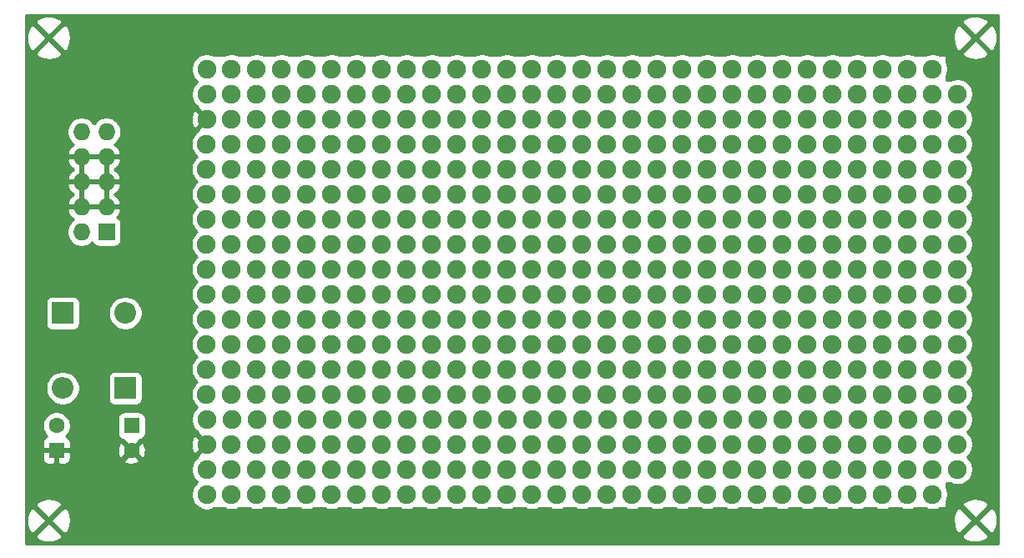
<source format=gbr>
G04 #@! TF.GenerationSoftware,KiCad,Pcbnew,5.1.10-88a1d61d58~90~ubuntu20.04.1*
G04 #@! TF.CreationDate,2021-08-07T14:05:23-04:00*
G04 #@! TF.ProjectId,kosmo_proto,6b6f736d-6f5f-4707-926f-746f2e6b6963,rev?*
G04 #@! TF.SameCoordinates,Original*
G04 #@! TF.FileFunction,Copper,L2,Bot*
G04 #@! TF.FilePolarity,Positive*
%FSLAX46Y46*%
G04 Gerber Fmt 4.6, Leading zero omitted, Abs format (unit mm)*
G04 Created by KiCad (PCBNEW 5.1.10-88a1d61d58~90~ubuntu20.04.1) date 2021-08-07 14:05:23*
%MOMM*%
%LPD*%
G01*
G04 APERTURE LIST*
G04 #@! TA.AperFunction,ComponentPad*
%ADD10C,1.600000*%
G04 #@! TD*
G04 #@! TA.AperFunction,ComponentPad*
%ADD11R,1.600000X1.600000*%
G04 #@! TD*
G04 #@! TA.AperFunction,ComponentPad*
%ADD12O,2.200000X2.200000*%
G04 #@! TD*
G04 #@! TA.AperFunction,ComponentPad*
%ADD13R,2.200000X2.200000*%
G04 #@! TD*
G04 #@! TA.AperFunction,ComponentPad*
%ADD14O,1.727200X1.727200*%
G04 #@! TD*
G04 #@! TA.AperFunction,ComponentPad*
%ADD15R,1.727200X1.727200*%
G04 #@! TD*
G04 #@! TA.AperFunction,ComponentPad*
%ADD16C,1.905000*%
G04 #@! TD*
G04 #@! TA.AperFunction,Conductor*
%ADD17C,0.254000*%
G04 #@! TD*
G04 #@! TA.AperFunction,Conductor*
%ADD18C,0.100000*%
G04 #@! TD*
G04 APERTURE END LIST*
D10*
X49530000Y-95885000D03*
D11*
X49530000Y-98385000D03*
D10*
X57150000Y-98385000D03*
D11*
X57150000Y-95885000D03*
D12*
X56515000Y-84455000D03*
D13*
X56515000Y-92075000D03*
D12*
X50165000Y-92075000D03*
D13*
X50165000Y-84455000D03*
D14*
X52070000Y-66040000D03*
X54610000Y-66040000D03*
X52070000Y-68580000D03*
X54610000Y-68580000D03*
X52070000Y-71120000D03*
X54610000Y-71120000D03*
X52070000Y-73660000D03*
X54610000Y-73660000D03*
X52070000Y-76200000D03*
D15*
X54610000Y-76200000D03*
D16*
X74917300Y-59664600D03*
X69837300Y-97764600D03*
X74917300Y-102844600D03*
X74917300Y-100304600D03*
X72377300Y-102844600D03*
X74917300Y-97764600D03*
X79997300Y-102844600D03*
X77457300Y-62204600D03*
X67297300Y-97764600D03*
X79997300Y-82524600D03*
X77457300Y-90144600D03*
X77457300Y-74904600D03*
X74917300Y-72364600D03*
X77457300Y-87604600D03*
X79997300Y-92684600D03*
X74917300Y-74904600D03*
X79997300Y-79984600D03*
X74917300Y-79984600D03*
X74917300Y-82524600D03*
X77457300Y-67284600D03*
X77457300Y-69824600D03*
X77457300Y-82524600D03*
X74917300Y-77444600D03*
X80010000Y-95250000D03*
X77457300Y-77444600D03*
X79997300Y-90144600D03*
X77457300Y-85064600D03*
X74917300Y-67284600D03*
X79997300Y-77444600D03*
X74917300Y-92684600D03*
X79997300Y-74904600D03*
X77457300Y-92684600D03*
X77470000Y-95250000D03*
X74917300Y-85064600D03*
X77457300Y-79984600D03*
X79997300Y-87604600D03*
X74917300Y-69824600D03*
X79997300Y-69824600D03*
X74917300Y-87604600D03*
X74930000Y-95250000D03*
X72377300Y-62204600D03*
X67297300Y-59664600D03*
X79997300Y-59664600D03*
X67297300Y-102844600D03*
X72377300Y-100304600D03*
X67297300Y-64744600D03*
X67297300Y-100304600D03*
X69837300Y-102844600D03*
X79997300Y-64744600D03*
X77457300Y-97764600D03*
X77457300Y-59664600D03*
X69837300Y-100304600D03*
X69837300Y-64744600D03*
X69837300Y-69824600D03*
X64757300Y-67284600D03*
X79997300Y-85064600D03*
X79997300Y-67284600D03*
X74917300Y-90144600D03*
X77457300Y-72364600D03*
X79997300Y-72364600D03*
X72377300Y-82524600D03*
X72377300Y-92684600D03*
X72377300Y-79984600D03*
X72390000Y-95250000D03*
X72377300Y-90144600D03*
X72377300Y-77444600D03*
X72377300Y-74904600D03*
X72377300Y-87604600D03*
X72377300Y-69824600D03*
X72377300Y-85064600D03*
X72377300Y-67284600D03*
X72377300Y-72364600D03*
X69837300Y-90144600D03*
X69837300Y-74904600D03*
X69837300Y-87604600D03*
X69837300Y-67284600D03*
X69837300Y-82524600D03*
X69837300Y-77444600D03*
X69837300Y-85064600D03*
X69837300Y-92684600D03*
X69850000Y-95250000D03*
X69837300Y-79984600D03*
X69837300Y-72364600D03*
X67297300Y-72364600D03*
X67297300Y-74904600D03*
X67297300Y-79984600D03*
X67297300Y-82524600D03*
X67297300Y-77444600D03*
X67297300Y-67284600D03*
X67297300Y-92684600D03*
X67297300Y-85064600D03*
X67297300Y-69824600D03*
X67297300Y-87604600D03*
X67310000Y-95250000D03*
X67297300Y-90144600D03*
X64757300Y-69824600D03*
X64757300Y-72364600D03*
X64757300Y-74904600D03*
X64757300Y-77444600D03*
X64757300Y-79984600D03*
X64757300Y-82524600D03*
X64757300Y-85064600D03*
X64757300Y-87604600D03*
X64757300Y-90144600D03*
X64757300Y-92684600D03*
X64770000Y-59690000D03*
X64770000Y-102870000D03*
X64770000Y-64770000D03*
X64770000Y-97790000D03*
X64770000Y-62230000D03*
X64770000Y-100330000D03*
X64770000Y-95250000D03*
X69837300Y-62204600D03*
X77457300Y-102844600D03*
X74917300Y-62204600D03*
X79997300Y-97764600D03*
X79997300Y-100304600D03*
X72377300Y-59664600D03*
X77457300Y-64744600D03*
X67297300Y-62204600D03*
X79997300Y-62204600D03*
X74917300Y-64744600D03*
X69837300Y-59664600D03*
X72377300Y-64744600D03*
X72377300Y-97764600D03*
X77457300Y-100304600D03*
X110477300Y-102844600D03*
X125717300Y-102844600D03*
X138417300Y-102844600D03*
X128257300Y-102844600D03*
X133337300Y-102844600D03*
X85077300Y-102844600D03*
X92697300Y-102844600D03*
X97777300Y-102844600D03*
X100317300Y-102844600D03*
X102857300Y-102844600D03*
X95237300Y-102844600D03*
X118097300Y-102844600D03*
X113017300Y-102844600D03*
X115557300Y-102844600D03*
X130797300Y-102844600D03*
X105397300Y-102844600D03*
X123177300Y-102844600D03*
X82537300Y-102844600D03*
X90157300Y-102844600D03*
X87617300Y-102844600D03*
X135877300Y-102844600D03*
X120637300Y-102844600D03*
X107937300Y-102844600D03*
X110477300Y-100304600D03*
X125717300Y-100304600D03*
X138417300Y-100304600D03*
X128257300Y-100304600D03*
X133337300Y-100304600D03*
X140957300Y-100304600D03*
X85077300Y-100304600D03*
X92697300Y-100304600D03*
X97777300Y-100304600D03*
X100317300Y-100304600D03*
X102857300Y-100304600D03*
X95237300Y-100304600D03*
X118097300Y-100304600D03*
X113017300Y-100304600D03*
X115557300Y-100304600D03*
X130797300Y-100304600D03*
X105397300Y-100304600D03*
X123177300Y-100304600D03*
X82537300Y-100304600D03*
X90157300Y-100304600D03*
X87617300Y-100304600D03*
X135877300Y-100304600D03*
X120637300Y-100304600D03*
X107937300Y-100304600D03*
X110477300Y-97764600D03*
X125717300Y-97764600D03*
X138417300Y-97764600D03*
X128257300Y-97764600D03*
X133337300Y-97764600D03*
X140957300Y-97764600D03*
X85077300Y-97764600D03*
X92697300Y-97764600D03*
X97777300Y-97764600D03*
X100317300Y-97764600D03*
X102857300Y-97764600D03*
X95237300Y-97764600D03*
X118097300Y-97764600D03*
X113017300Y-97764600D03*
X115557300Y-97764600D03*
X130797300Y-97764600D03*
X105397300Y-97764600D03*
X123177300Y-97764600D03*
X82537300Y-97764600D03*
X90157300Y-97764600D03*
X87617300Y-97764600D03*
X135877300Y-97764600D03*
X120637300Y-97764600D03*
X107937300Y-97764600D03*
X110477300Y-59664600D03*
X125717300Y-59664600D03*
X138417300Y-59664600D03*
X128257300Y-59664600D03*
X133337300Y-59664600D03*
X85077300Y-59664600D03*
X92697300Y-59664600D03*
X97777300Y-59664600D03*
X100317300Y-59664600D03*
X102857300Y-59664600D03*
X95237300Y-59664600D03*
X118097300Y-59664600D03*
X113017300Y-59664600D03*
X115557300Y-59664600D03*
X130797300Y-59664600D03*
X105397300Y-59664600D03*
X123177300Y-59664600D03*
X82537300Y-59664600D03*
X90157300Y-59664600D03*
X87617300Y-59664600D03*
X135877300Y-59664600D03*
X120637300Y-59664600D03*
X107937300Y-59664600D03*
X110477300Y-62204600D03*
X125717300Y-62204600D03*
X138417300Y-62204600D03*
X128257300Y-62204600D03*
X133337300Y-62204600D03*
X140957300Y-62204600D03*
X85077300Y-62204600D03*
X92697300Y-62204600D03*
X97777300Y-62204600D03*
X100317300Y-62204600D03*
X102857300Y-62204600D03*
X95237300Y-62204600D03*
X118097300Y-62204600D03*
X113017300Y-62204600D03*
X115557300Y-62204600D03*
X130797300Y-62204600D03*
X105397300Y-62204600D03*
X123177300Y-62204600D03*
X82537300Y-62204600D03*
X90157300Y-62204600D03*
X87617300Y-62204600D03*
X135877300Y-62204600D03*
X120637300Y-62204600D03*
X107937300Y-62204600D03*
X110477300Y-64744600D03*
X125717300Y-64744600D03*
X138417300Y-64744600D03*
X128257300Y-64744600D03*
X133337300Y-64744600D03*
X140957300Y-64744600D03*
X85077300Y-64744600D03*
X92697300Y-64744600D03*
X97777300Y-64744600D03*
X100317300Y-64744600D03*
X102857300Y-64744600D03*
X95237300Y-64744600D03*
X118097300Y-64744600D03*
X113017300Y-64744600D03*
X115557300Y-64744600D03*
X130797300Y-64744600D03*
X105397300Y-64744600D03*
X123177300Y-64744600D03*
X82537300Y-64744600D03*
X90157300Y-64744600D03*
X87617300Y-64744600D03*
X135877300Y-64744600D03*
X120637300Y-64744600D03*
X107937300Y-64744600D03*
X140957300Y-82524600D03*
X140957300Y-79984600D03*
X140957300Y-87604600D03*
X140957300Y-92684600D03*
X140957300Y-90144600D03*
X140957300Y-95224600D03*
X140957300Y-85064600D03*
X140957300Y-67284600D03*
X140957300Y-77444600D03*
X140957300Y-69824600D03*
X140957300Y-72364600D03*
X140957300Y-74904600D03*
X110477300Y-82524600D03*
X130797300Y-74904600D03*
X107937300Y-90144600D03*
X130797300Y-77444600D03*
X120637300Y-90144600D03*
X120637300Y-72364600D03*
X128257300Y-72364600D03*
X133337300Y-85064600D03*
X125717300Y-69824600D03*
X107937300Y-74904600D03*
X105397300Y-72364600D03*
X135877300Y-77444600D03*
X107937300Y-87604600D03*
X135877300Y-72364600D03*
X138417300Y-87604600D03*
X118097300Y-90144600D03*
X138417300Y-77444600D03*
X125717300Y-82524600D03*
X110477300Y-92684600D03*
X105397300Y-74904600D03*
X133337300Y-72364600D03*
X135877300Y-82524600D03*
X128257300Y-82524600D03*
X123177300Y-87604600D03*
X115557300Y-77444600D03*
X113017300Y-79984600D03*
X135877300Y-67284600D03*
X118097300Y-92684600D03*
X123177300Y-79984600D03*
X138417300Y-79984600D03*
X125717300Y-90144600D03*
X123177300Y-67284600D03*
X125717300Y-79984600D03*
X118097300Y-87604600D03*
X118097300Y-74904600D03*
X133337300Y-79984600D03*
X130797300Y-90144600D03*
X113030000Y-95250000D03*
X120637300Y-69824600D03*
X133337300Y-82524600D03*
X115557300Y-79984600D03*
X113017300Y-67284600D03*
X133337300Y-69824600D03*
X128257300Y-87604600D03*
X125717300Y-85064600D03*
X110477300Y-79984600D03*
X115570000Y-95250000D03*
X113017300Y-90144600D03*
X115557300Y-82524600D03*
X105397300Y-79984600D03*
X138417300Y-67284600D03*
X105397300Y-82524600D03*
X130797300Y-85064600D03*
X123190000Y-95250000D03*
X118097300Y-82524600D03*
X107937300Y-67284600D03*
X123177300Y-77444600D03*
X125730000Y-95250000D03*
X138417300Y-85064600D03*
X113017300Y-87604600D03*
X130797300Y-79984600D03*
X135877300Y-90144600D03*
X115557300Y-90144600D03*
X118097300Y-79984600D03*
X123177300Y-90144600D03*
X138417300Y-72364600D03*
X113017300Y-92684600D03*
X118097300Y-67284600D03*
X138417300Y-74904600D03*
X107937300Y-69824600D03*
X107937300Y-82524600D03*
X128257300Y-79984600D03*
X125717300Y-74904600D03*
X105397300Y-77444600D03*
X120637300Y-92684600D03*
X110490000Y-95250000D03*
X133337300Y-90144600D03*
X130797300Y-69824600D03*
X107937300Y-77444600D03*
X133337300Y-92684600D03*
X113017300Y-74904600D03*
X123177300Y-82524600D03*
X123177300Y-72364600D03*
X130797300Y-82524600D03*
X130797300Y-72364600D03*
X138430000Y-95250000D03*
X110477300Y-90144600D03*
X130797300Y-87604600D03*
X130810000Y-95250000D03*
X113017300Y-69824600D03*
X115557300Y-69824600D03*
X107937300Y-85064600D03*
X133337300Y-74904600D03*
X105397300Y-67284600D03*
X110477300Y-77444600D03*
X138417300Y-82524600D03*
X125717300Y-87604600D03*
X105397300Y-92684600D03*
X113017300Y-72364600D03*
X138417300Y-90144600D03*
X110477300Y-74904600D03*
X107937300Y-92684600D03*
X128257300Y-90144600D03*
X115557300Y-74904600D03*
X125717300Y-72364600D03*
X113017300Y-77444600D03*
X138417300Y-69824600D03*
X120637300Y-74904600D03*
X107950000Y-95250000D03*
X105397300Y-85064600D03*
X128257300Y-77444600D03*
X135877300Y-69824600D03*
X123177300Y-85064600D03*
X118097300Y-85064600D03*
X128257300Y-85064600D03*
X113017300Y-82524600D03*
X107937300Y-79984600D03*
X123177300Y-69824600D03*
X128270000Y-95250000D03*
X110477300Y-87604600D03*
X133350000Y-95250000D03*
X105397300Y-69824600D03*
X110477300Y-69824600D03*
X115557300Y-72364600D03*
X115557300Y-92684600D03*
X135877300Y-74904600D03*
X115557300Y-87604600D03*
X123177300Y-92684600D03*
X128257300Y-67284600D03*
X105397300Y-87604600D03*
X128257300Y-69824600D03*
X130797300Y-67284600D03*
X118097300Y-72364600D03*
X115557300Y-85064600D03*
X120637300Y-77444600D03*
X125717300Y-92684600D03*
X125717300Y-77444600D03*
X118097300Y-69824600D03*
X135877300Y-92684600D03*
X118097300Y-77444600D03*
X105410000Y-95250000D03*
X120637300Y-82524600D03*
X110477300Y-85064600D03*
X135877300Y-85064600D03*
X120637300Y-79984600D03*
X128257300Y-92684600D03*
X110477300Y-67284600D03*
X118110000Y-95250000D03*
X123177300Y-74904600D03*
X125717300Y-67284600D03*
X133337300Y-87604600D03*
X120637300Y-85064600D03*
X130797300Y-92684600D03*
X105397300Y-90144600D03*
X120650000Y-95250000D03*
X113017300Y-85064600D03*
X135877300Y-79984600D03*
X133337300Y-67284600D03*
X135877300Y-87604600D03*
X133337300Y-77444600D03*
X138417300Y-92684600D03*
X120637300Y-67284600D03*
X107937300Y-72364600D03*
X120637300Y-87604600D03*
X128257300Y-74904600D03*
X135890000Y-95250000D03*
X115557300Y-67284600D03*
X110477300Y-72364600D03*
X100317300Y-74904600D03*
X100317300Y-77444600D03*
X97777300Y-72364600D03*
X102857300Y-85064600D03*
X95237300Y-69824600D03*
X95237300Y-82524600D03*
X102857300Y-72364600D03*
X97777300Y-82524600D03*
X95237300Y-90144600D03*
X95237300Y-79984600D03*
X102857300Y-79984600D03*
X100317300Y-90144600D03*
X102857300Y-82524600D03*
X102857300Y-69824600D03*
X97777300Y-87604600D03*
X95237300Y-85064600D03*
X100317300Y-85064600D03*
X95250000Y-95250000D03*
X100317300Y-79984600D03*
X97777300Y-79984600D03*
X95237300Y-74904600D03*
X102857300Y-90144600D03*
X100317300Y-69824600D03*
X102857300Y-92684600D03*
X100317300Y-82524600D03*
X100317300Y-72364600D03*
X100317300Y-87604600D03*
X100330000Y-95250000D03*
X102857300Y-74904600D03*
X95237300Y-87604600D03*
X97777300Y-90144600D03*
X95237300Y-72364600D03*
X97777300Y-77444600D03*
X97777300Y-85064600D03*
X97790000Y-95250000D03*
X102870000Y-95250000D03*
X97777300Y-67284600D03*
X97777300Y-69824600D03*
X100317300Y-67284600D03*
X95237300Y-92684600D03*
X95237300Y-77444600D03*
X97777300Y-92684600D03*
X95237300Y-67284600D03*
X102857300Y-87604600D03*
X100317300Y-92684600D03*
X102857300Y-67284600D03*
X102857300Y-77444600D03*
X97777300Y-74904600D03*
X90157300Y-90144600D03*
X90157300Y-72364600D03*
X87617300Y-90144600D03*
X92697300Y-87604600D03*
X85077300Y-77444600D03*
X87617300Y-92684600D03*
X92697300Y-79984600D03*
X92697300Y-67284600D03*
X87617300Y-87604600D03*
X87617300Y-74904600D03*
X90157300Y-69824600D03*
X85077300Y-79984600D03*
X85090000Y-95250000D03*
X85077300Y-82524600D03*
X92710000Y-95250000D03*
X87617300Y-82524600D03*
X92697300Y-77444600D03*
X85077300Y-90144600D03*
X87617300Y-79984600D03*
X92697300Y-90144600D03*
X87617300Y-67284600D03*
X90157300Y-92684600D03*
X92697300Y-82524600D03*
X92697300Y-72364600D03*
X85077300Y-69824600D03*
X85077300Y-74904600D03*
X90157300Y-74904600D03*
X92697300Y-85064600D03*
X87617300Y-85064600D03*
X92697300Y-69824600D03*
X85077300Y-72364600D03*
X85077300Y-92684600D03*
X85077300Y-87604600D03*
X92697300Y-92684600D03*
X87617300Y-72364600D03*
X85077300Y-85064600D03*
X90157300Y-77444600D03*
X87617300Y-69824600D03*
X87617300Y-77444600D03*
X90157300Y-82524600D03*
X90157300Y-79984600D03*
X87630000Y-95250000D03*
X92697300Y-74904600D03*
X90157300Y-85064600D03*
X90170000Y-95250000D03*
X90157300Y-67284600D03*
X90157300Y-87604600D03*
X85077300Y-67284600D03*
X82537300Y-79984600D03*
X82550000Y-95250000D03*
X82537300Y-67284600D03*
X82537300Y-90144600D03*
X82537300Y-87604600D03*
X82537300Y-92684600D03*
X82537300Y-74904600D03*
X82537300Y-69824600D03*
X82537300Y-72364600D03*
X82537300Y-77444600D03*
X82537300Y-82524600D03*
X82537300Y-85064600D03*
D17*
X145090001Y-107840000D02*
X46410000Y-107840000D01*
X46410000Y-107062845D01*
X47366761Y-107062845D01*
X47534802Y-107388643D01*
X47926607Y-107589426D01*
X48350055Y-107709914D01*
X48788873Y-107745476D01*
X49226197Y-107694746D01*
X49645221Y-107559674D01*
X49965198Y-107388643D01*
X50133239Y-107062845D01*
X141366761Y-107062845D01*
X141534802Y-107388643D01*
X141926607Y-107589426D01*
X142350055Y-107709914D01*
X142788873Y-107745476D01*
X143226197Y-107694746D01*
X143645221Y-107559674D01*
X143965198Y-107388643D01*
X144133239Y-107062845D01*
X142750000Y-105679605D01*
X141366761Y-107062845D01*
X50133239Y-107062845D01*
X48750000Y-105679605D01*
X47366761Y-107062845D01*
X46410000Y-107062845D01*
X46410000Y-105538873D01*
X46504524Y-105538873D01*
X46555254Y-105976197D01*
X46690326Y-106395221D01*
X46861357Y-106715198D01*
X47187155Y-106883239D01*
X48570395Y-105500000D01*
X48929605Y-105500000D01*
X50312845Y-106883239D01*
X50638643Y-106715198D01*
X50839426Y-106323393D01*
X50959914Y-105899945D01*
X50989175Y-105538873D01*
X140504524Y-105538873D01*
X140555254Y-105976197D01*
X140690326Y-106395221D01*
X140861357Y-106715198D01*
X141187155Y-106883239D01*
X142570395Y-105500000D01*
X142929605Y-105500000D01*
X144312845Y-106883239D01*
X144638643Y-106715198D01*
X144839426Y-106323393D01*
X144959914Y-105899945D01*
X144995476Y-105461127D01*
X144944746Y-105023803D01*
X144809674Y-104604779D01*
X144638643Y-104284802D01*
X144312845Y-104116761D01*
X142929605Y-105500000D01*
X142570395Y-105500000D01*
X141187155Y-104116761D01*
X140861357Y-104284802D01*
X140660574Y-104676607D01*
X140540086Y-105100055D01*
X140504524Y-105538873D01*
X50989175Y-105538873D01*
X50995476Y-105461127D01*
X50944746Y-105023803D01*
X50809674Y-104604779D01*
X50638643Y-104284802D01*
X50312845Y-104116761D01*
X48929605Y-105500000D01*
X48570395Y-105500000D01*
X47187155Y-104116761D01*
X46861357Y-104284802D01*
X46660574Y-104676607D01*
X46540086Y-105100055D01*
X46504524Y-105538873D01*
X46410000Y-105538873D01*
X46410000Y-103937155D01*
X47366761Y-103937155D01*
X48750000Y-105320395D01*
X50133239Y-103937155D01*
X49965198Y-103611357D01*
X49573393Y-103410574D01*
X49149945Y-103290086D01*
X48711127Y-103254524D01*
X48273803Y-103305254D01*
X47854779Y-103440326D01*
X47534802Y-103611357D01*
X47366761Y-103937155D01*
X46410000Y-103937155D01*
X46410000Y-99185000D01*
X48091928Y-99185000D01*
X48104188Y-99309482D01*
X48140498Y-99429180D01*
X48199463Y-99539494D01*
X48278815Y-99636185D01*
X48375506Y-99715537D01*
X48485820Y-99774502D01*
X48605518Y-99810812D01*
X48730000Y-99823072D01*
X49244250Y-99820000D01*
X49403000Y-99661250D01*
X49403000Y-98512000D01*
X49657000Y-98512000D01*
X49657000Y-99661250D01*
X49815750Y-99820000D01*
X50330000Y-99823072D01*
X50454482Y-99810812D01*
X50574180Y-99774502D01*
X50684494Y-99715537D01*
X50781185Y-99636185D01*
X50860537Y-99539494D01*
X50919502Y-99429180D01*
X50935117Y-99377702D01*
X56336903Y-99377702D01*
X56408486Y-99621671D01*
X56663996Y-99742571D01*
X56938184Y-99811300D01*
X57220512Y-99825217D01*
X57500130Y-99783787D01*
X57766292Y-99688603D01*
X57891514Y-99621671D01*
X57963097Y-99377702D01*
X57150000Y-98564605D01*
X56336903Y-99377702D01*
X50935117Y-99377702D01*
X50955812Y-99309482D01*
X50968072Y-99185000D01*
X50965000Y-98670750D01*
X50806250Y-98512000D01*
X49657000Y-98512000D01*
X49403000Y-98512000D01*
X48253750Y-98512000D01*
X48095000Y-98670750D01*
X48091928Y-99185000D01*
X46410000Y-99185000D01*
X46410000Y-98455512D01*
X55709783Y-98455512D01*
X55751213Y-98735130D01*
X55846397Y-99001292D01*
X55913329Y-99126514D01*
X56157298Y-99198097D01*
X56970395Y-98385000D01*
X57329605Y-98385000D01*
X58142702Y-99198097D01*
X58386671Y-99126514D01*
X58507571Y-98871004D01*
X58576300Y-98596816D01*
X58590217Y-98314488D01*
X58548787Y-98034870D01*
X58484275Y-97854474D01*
X63176123Y-97854474D01*
X63219328Y-98164185D01*
X63322123Y-98459516D01*
X63408919Y-98621902D01*
X63668465Y-98711930D01*
X64590395Y-97790000D01*
X63668465Y-96868070D01*
X63408919Y-96958098D01*
X63272776Y-97239616D01*
X63194171Y-97542286D01*
X63176123Y-97854474D01*
X58484275Y-97854474D01*
X58453603Y-97768708D01*
X58386671Y-97643486D01*
X58142702Y-97571903D01*
X57329605Y-98385000D01*
X56970395Y-98385000D01*
X56157298Y-97571903D01*
X55913329Y-97643486D01*
X55792429Y-97898996D01*
X55723700Y-98173184D01*
X55709783Y-98455512D01*
X46410000Y-98455512D01*
X46410000Y-97585000D01*
X48091928Y-97585000D01*
X48095000Y-98099250D01*
X48253750Y-98258000D01*
X49403000Y-98258000D01*
X49403000Y-98238000D01*
X49657000Y-98238000D01*
X49657000Y-98258000D01*
X50806250Y-98258000D01*
X50965000Y-98099250D01*
X50968072Y-97585000D01*
X50955812Y-97460518D01*
X50919502Y-97340820D01*
X50860537Y-97230506D01*
X50781185Y-97133815D01*
X50684494Y-97054463D01*
X50574180Y-96995498D01*
X50478057Y-96966339D01*
X50644637Y-96799759D01*
X50801680Y-96564727D01*
X50909853Y-96303574D01*
X50965000Y-96026335D01*
X50965000Y-95743665D01*
X50909853Y-95466426D01*
X50801680Y-95205273D01*
X50721317Y-95085000D01*
X55711928Y-95085000D01*
X55711928Y-96685000D01*
X55724188Y-96809482D01*
X55760498Y-96929180D01*
X55819463Y-97039494D01*
X55898815Y-97136185D01*
X55995506Y-97215537D01*
X56105820Y-97274502D01*
X56225518Y-97310812D01*
X56350000Y-97323072D01*
X56357215Y-97323072D01*
X56336903Y-97392298D01*
X57150000Y-98205395D01*
X57963097Y-97392298D01*
X57942785Y-97323072D01*
X57950000Y-97323072D01*
X58074482Y-97310812D01*
X58194180Y-97274502D01*
X58304494Y-97215537D01*
X58401185Y-97136185D01*
X58480537Y-97039494D01*
X58539502Y-96929180D01*
X58575812Y-96809482D01*
X58588072Y-96685000D01*
X58588072Y-95085000D01*
X58575812Y-94960518D01*
X58539502Y-94840820D01*
X58480537Y-94730506D01*
X58401185Y-94633815D01*
X58304494Y-94554463D01*
X58194180Y-94495498D01*
X58074482Y-94459188D01*
X57950000Y-94446928D01*
X56350000Y-94446928D01*
X56225518Y-94459188D01*
X56105820Y-94495498D01*
X55995506Y-94554463D01*
X55898815Y-94633815D01*
X55819463Y-94730506D01*
X55760498Y-94840820D01*
X55724188Y-94960518D01*
X55711928Y-95085000D01*
X50721317Y-95085000D01*
X50644637Y-94970241D01*
X50444759Y-94770363D01*
X50209727Y-94613320D01*
X49948574Y-94505147D01*
X49671335Y-94450000D01*
X49388665Y-94450000D01*
X49111426Y-94505147D01*
X48850273Y-94613320D01*
X48615241Y-94770363D01*
X48415363Y-94970241D01*
X48258320Y-95205273D01*
X48150147Y-95466426D01*
X48095000Y-95743665D01*
X48095000Y-96026335D01*
X48150147Y-96303574D01*
X48258320Y-96564727D01*
X48415363Y-96799759D01*
X48581943Y-96966339D01*
X48485820Y-96995498D01*
X48375506Y-97054463D01*
X48278815Y-97133815D01*
X48199463Y-97230506D01*
X48140498Y-97340820D01*
X48104188Y-97460518D01*
X48091928Y-97585000D01*
X46410000Y-97585000D01*
X46410000Y-91904117D01*
X48430000Y-91904117D01*
X48430000Y-92245883D01*
X48496675Y-92581081D01*
X48627463Y-92896831D01*
X48817337Y-93180998D01*
X49059002Y-93422663D01*
X49343169Y-93612537D01*
X49658919Y-93743325D01*
X49994117Y-93810000D01*
X50335883Y-93810000D01*
X50671081Y-93743325D01*
X50986831Y-93612537D01*
X51270998Y-93422663D01*
X51512663Y-93180998D01*
X51702537Y-92896831D01*
X51833325Y-92581081D01*
X51900000Y-92245883D01*
X51900000Y-91904117D01*
X51833325Y-91568919D01*
X51702537Y-91253169D01*
X51516671Y-90975000D01*
X54776928Y-90975000D01*
X54776928Y-93175000D01*
X54789188Y-93299482D01*
X54825498Y-93419180D01*
X54884463Y-93529494D01*
X54963815Y-93626185D01*
X55060506Y-93705537D01*
X55170820Y-93764502D01*
X55290518Y-93800812D01*
X55415000Y-93813072D01*
X57615000Y-93813072D01*
X57739482Y-93800812D01*
X57859180Y-93764502D01*
X57969494Y-93705537D01*
X58066185Y-93626185D01*
X58145537Y-93529494D01*
X58204502Y-93419180D01*
X58240812Y-93299482D01*
X58253072Y-93175000D01*
X58253072Y-90975000D01*
X58240812Y-90850518D01*
X58204502Y-90730820D01*
X58145537Y-90620506D01*
X58066185Y-90523815D01*
X57969494Y-90444463D01*
X57859180Y-90385498D01*
X57739482Y-90349188D01*
X57615000Y-90336928D01*
X55415000Y-90336928D01*
X55290518Y-90349188D01*
X55170820Y-90385498D01*
X55060506Y-90444463D01*
X54963815Y-90523815D01*
X54884463Y-90620506D01*
X54825498Y-90730820D01*
X54789188Y-90850518D01*
X54776928Y-90975000D01*
X51516671Y-90975000D01*
X51512663Y-90969002D01*
X51270998Y-90727337D01*
X50986831Y-90537463D01*
X50671081Y-90406675D01*
X50335883Y-90340000D01*
X49994117Y-90340000D01*
X49658919Y-90406675D01*
X49343169Y-90537463D01*
X49059002Y-90727337D01*
X48817337Y-90969002D01*
X48627463Y-91253169D01*
X48496675Y-91568919D01*
X48430000Y-91904117D01*
X46410000Y-91904117D01*
X46410000Y-83355000D01*
X48426928Y-83355000D01*
X48426928Y-85555000D01*
X48439188Y-85679482D01*
X48475498Y-85799180D01*
X48534463Y-85909494D01*
X48613815Y-86006185D01*
X48710506Y-86085537D01*
X48820820Y-86144502D01*
X48940518Y-86180812D01*
X49065000Y-86193072D01*
X51265000Y-86193072D01*
X51389482Y-86180812D01*
X51509180Y-86144502D01*
X51619494Y-86085537D01*
X51716185Y-86006185D01*
X51795537Y-85909494D01*
X51854502Y-85799180D01*
X51890812Y-85679482D01*
X51903072Y-85555000D01*
X51903072Y-84284117D01*
X54780000Y-84284117D01*
X54780000Y-84625883D01*
X54846675Y-84961081D01*
X54977463Y-85276831D01*
X55167337Y-85560998D01*
X55409002Y-85802663D01*
X55693169Y-85992537D01*
X56008919Y-86123325D01*
X56344117Y-86190000D01*
X56685883Y-86190000D01*
X57021081Y-86123325D01*
X57336831Y-85992537D01*
X57620998Y-85802663D01*
X57862663Y-85560998D01*
X58052537Y-85276831D01*
X58183325Y-84961081D01*
X58250000Y-84625883D01*
X58250000Y-84284117D01*
X58183325Y-83948919D01*
X58052537Y-83633169D01*
X57862663Y-83349002D01*
X57620998Y-83107337D01*
X57336831Y-82917463D01*
X57021081Y-82786675D01*
X56685883Y-82720000D01*
X56344117Y-82720000D01*
X56008919Y-82786675D01*
X55693169Y-82917463D01*
X55409002Y-83107337D01*
X55167337Y-83349002D01*
X54977463Y-83633169D01*
X54846675Y-83948919D01*
X54780000Y-84284117D01*
X51903072Y-84284117D01*
X51903072Y-83355000D01*
X51890812Y-83230518D01*
X51854502Y-83110820D01*
X51795537Y-83000506D01*
X51716185Y-82903815D01*
X51619494Y-82824463D01*
X51509180Y-82765498D01*
X51389482Y-82729188D01*
X51265000Y-82716928D01*
X49065000Y-82716928D01*
X48940518Y-82729188D01*
X48820820Y-82765498D01*
X48710506Y-82824463D01*
X48613815Y-82903815D01*
X48534463Y-83000506D01*
X48475498Y-83110820D01*
X48439188Y-83230518D01*
X48426928Y-83355000D01*
X46410000Y-83355000D01*
X46410000Y-76052401D01*
X50571400Y-76052401D01*
X50571400Y-76347599D01*
X50628990Y-76637125D01*
X50741958Y-76909853D01*
X50905961Y-77155302D01*
X51114698Y-77364039D01*
X51360147Y-77528042D01*
X51632875Y-77641010D01*
X51922401Y-77698600D01*
X52217599Y-77698600D01*
X52507125Y-77641010D01*
X52779853Y-77528042D01*
X53025302Y-77364039D01*
X53139364Y-77249977D01*
X53156898Y-77307780D01*
X53215863Y-77418094D01*
X53295215Y-77514785D01*
X53391906Y-77594137D01*
X53502220Y-77653102D01*
X53621918Y-77689412D01*
X53746400Y-77701672D01*
X55473600Y-77701672D01*
X55598082Y-77689412D01*
X55717780Y-77653102D01*
X55828094Y-77594137D01*
X55924785Y-77514785D01*
X56004137Y-77418094D01*
X56063102Y-77307780D01*
X56099412Y-77188082D01*
X56111672Y-77063600D01*
X56111672Y-75336400D01*
X56099412Y-75211918D01*
X56063102Y-75092220D01*
X56004137Y-74981906D01*
X55924785Y-74885215D01*
X55828094Y-74805863D01*
X55717780Y-74746898D01*
X55653426Y-74727376D01*
X55716854Y-74670293D01*
X55892684Y-74434944D01*
X56019222Y-74169814D01*
X56064958Y-74019026D01*
X55943817Y-73787000D01*
X54737000Y-73787000D01*
X54737000Y-73807000D01*
X54483000Y-73807000D01*
X54483000Y-73787000D01*
X52197000Y-73787000D01*
X52197000Y-73807000D01*
X51943000Y-73807000D01*
X51943000Y-73787000D01*
X50736183Y-73787000D01*
X50615042Y-74019026D01*
X50660778Y-74169814D01*
X50787316Y-74434944D01*
X50963146Y-74670293D01*
X51181512Y-74866817D01*
X51280103Y-74925441D01*
X51114698Y-75035961D01*
X50905961Y-75244698D01*
X50741958Y-75490147D01*
X50628990Y-75762875D01*
X50571400Y-76052401D01*
X46410000Y-76052401D01*
X46410000Y-71479026D01*
X50615042Y-71479026D01*
X50660778Y-71629814D01*
X50787316Y-71894944D01*
X50963146Y-72130293D01*
X51181512Y-72326817D01*
X51287770Y-72390000D01*
X51181512Y-72453183D01*
X50963146Y-72649707D01*
X50787316Y-72885056D01*
X50660778Y-73150186D01*
X50615042Y-73300974D01*
X50736183Y-73533000D01*
X51943000Y-73533000D01*
X51943000Y-71247000D01*
X52197000Y-71247000D01*
X52197000Y-73533000D01*
X54483000Y-73533000D01*
X54483000Y-71247000D01*
X54737000Y-71247000D01*
X54737000Y-73533000D01*
X55943817Y-73533000D01*
X56064958Y-73300974D01*
X56019222Y-73150186D01*
X55892684Y-72885056D01*
X55716854Y-72649707D01*
X55498488Y-72453183D01*
X55392230Y-72390000D01*
X55498488Y-72326817D01*
X55716854Y-72130293D01*
X55892684Y-71894944D01*
X56019222Y-71629814D01*
X56064958Y-71479026D01*
X55943817Y-71247000D01*
X54737000Y-71247000D01*
X54483000Y-71247000D01*
X52197000Y-71247000D01*
X51943000Y-71247000D01*
X50736183Y-71247000D01*
X50615042Y-71479026D01*
X46410000Y-71479026D01*
X46410000Y-68939026D01*
X50615042Y-68939026D01*
X50660778Y-69089814D01*
X50787316Y-69354944D01*
X50963146Y-69590293D01*
X51181512Y-69786817D01*
X51287770Y-69850000D01*
X51181512Y-69913183D01*
X50963146Y-70109707D01*
X50787316Y-70345056D01*
X50660778Y-70610186D01*
X50615042Y-70760974D01*
X50736183Y-70993000D01*
X51943000Y-70993000D01*
X51943000Y-68707000D01*
X52197000Y-68707000D01*
X52197000Y-70993000D01*
X54483000Y-70993000D01*
X54483000Y-68707000D01*
X54737000Y-68707000D01*
X54737000Y-70993000D01*
X55943817Y-70993000D01*
X56064958Y-70760974D01*
X56019222Y-70610186D01*
X55892684Y-70345056D01*
X55716854Y-70109707D01*
X55498488Y-69913183D01*
X55392230Y-69850000D01*
X55498488Y-69786817D01*
X55716854Y-69590293D01*
X55892684Y-69354944D01*
X56019222Y-69089814D01*
X56064958Y-68939026D01*
X55943817Y-68707000D01*
X54737000Y-68707000D01*
X54483000Y-68707000D01*
X52197000Y-68707000D01*
X51943000Y-68707000D01*
X50736183Y-68707000D01*
X50615042Y-68939026D01*
X46410000Y-68939026D01*
X46410000Y-65892401D01*
X50571400Y-65892401D01*
X50571400Y-66187599D01*
X50628990Y-66477125D01*
X50741958Y-66749853D01*
X50905961Y-66995302D01*
X51114698Y-67204039D01*
X51280103Y-67314559D01*
X51181512Y-67373183D01*
X50963146Y-67569707D01*
X50787316Y-67805056D01*
X50660778Y-68070186D01*
X50615042Y-68220974D01*
X50736183Y-68453000D01*
X51943000Y-68453000D01*
X51943000Y-68433000D01*
X52197000Y-68433000D01*
X52197000Y-68453000D01*
X54483000Y-68453000D01*
X54483000Y-68433000D01*
X54737000Y-68433000D01*
X54737000Y-68453000D01*
X55943817Y-68453000D01*
X56064958Y-68220974D01*
X56019222Y-68070186D01*
X55892684Y-67805056D01*
X55716854Y-67569707D01*
X55498488Y-67373183D01*
X55399897Y-67314559D01*
X55565302Y-67204039D01*
X55641096Y-67128245D01*
X63169800Y-67128245D01*
X63169800Y-67440955D01*
X63230807Y-67747657D01*
X63350476Y-68036563D01*
X63524208Y-68296572D01*
X63745328Y-68517692D01*
X63800565Y-68554600D01*
X63745328Y-68591508D01*
X63524208Y-68812628D01*
X63350476Y-69072637D01*
X63230807Y-69361543D01*
X63169800Y-69668245D01*
X63169800Y-69980955D01*
X63230807Y-70287657D01*
X63350476Y-70576563D01*
X63524208Y-70836572D01*
X63745328Y-71057692D01*
X63800565Y-71094600D01*
X63745328Y-71131508D01*
X63524208Y-71352628D01*
X63350476Y-71612637D01*
X63230807Y-71901543D01*
X63169800Y-72208245D01*
X63169800Y-72520955D01*
X63230807Y-72827657D01*
X63350476Y-73116563D01*
X63524208Y-73376572D01*
X63745328Y-73597692D01*
X63800565Y-73634600D01*
X63745328Y-73671508D01*
X63524208Y-73892628D01*
X63350476Y-74152637D01*
X63230807Y-74441543D01*
X63169800Y-74748245D01*
X63169800Y-75060955D01*
X63230807Y-75367657D01*
X63350476Y-75656563D01*
X63524208Y-75916572D01*
X63745328Y-76137692D01*
X63800565Y-76174600D01*
X63745328Y-76211508D01*
X63524208Y-76432628D01*
X63350476Y-76692637D01*
X63230807Y-76981543D01*
X63169800Y-77288245D01*
X63169800Y-77600955D01*
X63230807Y-77907657D01*
X63350476Y-78196563D01*
X63524208Y-78456572D01*
X63745328Y-78677692D01*
X63800565Y-78714600D01*
X63745328Y-78751508D01*
X63524208Y-78972628D01*
X63350476Y-79232637D01*
X63230807Y-79521543D01*
X63169800Y-79828245D01*
X63169800Y-80140955D01*
X63230807Y-80447657D01*
X63350476Y-80736563D01*
X63524208Y-80996572D01*
X63745328Y-81217692D01*
X63800565Y-81254600D01*
X63745328Y-81291508D01*
X63524208Y-81512628D01*
X63350476Y-81772637D01*
X63230807Y-82061543D01*
X63169800Y-82368245D01*
X63169800Y-82680955D01*
X63230807Y-82987657D01*
X63350476Y-83276563D01*
X63524208Y-83536572D01*
X63745328Y-83757692D01*
X63800565Y-83794600D01*
X63745328Y-83831508D01*
X63524208Y-84052628D01*
X63350476Y-84312637D01*
X63230807Y-84601543D01*
X63169800Y-84908245D01*
X63169800Y-85220955D01*
X63230807Y-85527657D01*
X63350476Y-85816563D01*
X63524208Y-86076572D01*
X63745328Y-86297692D01*
X63800565Y-86334600D01*
X63745328Y-86371508D01*
X63524208Y-86592628D01*
X63350476Y-86852637D01*
X63230807Y-87141543D01*
X63169800Y-87448245D01*
X63169800Y-87760955D01*
X63230807Y-88067657D01*
X63350476Y-88356563D01*
X63524208Y-88616572D01*
X63745328Y-88837692D01*
X63800565Y-88874600D01*
X63745328Y-88911508D01*
X63524208Y-89132628D01*
X63350476Y-89392637D01*
X63230807Y-89681543D01*
X63169800Y-89988245D01*
X63169800Y-90300955D01*
X63230807Y-90607657D01*
X63350476Y-90896563D01*
X63524208Y-91156572D01*
X63745328Y-91377692D01*
X63800565Y-91414600D01*
X63745328Y-91451508D01*
X63524208Y-91672628D01*
X63350476Y-91932637D01*
X63230807Y-92221543D01*
X63169800Y-92528245D01*
X63169800Y-92840955D01*
X63230807Y-93147657D01*
X63350476Y-93436563D01*
X63524208Y-93696572D01*
X63745328Y-93917692D01*
X63825922Y-93971543D01*
X63758028Y-94016908D01*
X63536908Y-94238028D01*
X63363176Y-94498037D01*
X63243507Y-94786943D01*
X63182500Y-95093645D01*
X63182500Y-95406355D01*
X63243507Y-95713057D01*
X63363176Y-96001963D01*
X63536908Y-96261972D01*
X63758028Y-96483092D01*
X63888961Y-96570578D01*
X63848070Y-96688465D01*
X64643000Y-97483395D01*
X64643000Y-98096605D01*
X63848070Y-98891535D01*
X63888961Y-99009422D01*
X63758028Y-99096908D01*
X63536908Y-99318028D01*
X63363176Y-99578037D01*
X63243507Y-99866943D01*
X63182500Y-100173645D01*
X63182500Y-100486355D01*
X63243507Y-100793057D01*
X63363176Y-101081963D01*
X63536908Y-101341972D01*
X63758028Y-101563092D01*
X63813265Y-101600000D01*
X63758028Y-101636908D01*
X63536908Y-101858028D01*
X63363176Y-102118037D01*
X63243507Y-102406943D01*
X63182500Y-102713645D01*
X63182500Y-103026355D01*
X63243507Y-103333057D01*
X63363176Y-103621963D01*
X63536908Y-103881972D01*
X63758028Y-104103092D01*
X64018037Y-104276824D01*
X64306943Y-104396493D01*
X64613645Y-104457500D01*
X64926355Y-104457500D01*
X65233057Y-104396493D01*
X65521963Y-104276824D01*
X65536666Y-104267000D01*
X66582941Y-104267000D01*
X66834243Y-104371093D01*
X67140945Y-104432100D01*
X67453655Y-104432100D01*
X67760357Y-104371093D01*
X68011659Y-104267000D01*
X69122941Y-104267000D01*
X69374243Y-104371093D01*
X69680945Y-104432100D01*
X69993655Y-104432100D01*
X70300357Y-104371093D01*
X70551659Y-104267000D01*
X71662941Y-104267000D01*
X71914243Y-104371093D01*
X72220945Y-104432100D01*
X72533655Y-104432100D01*
X72840357Y-104371093D01*
X73091659Y-104267000D01*
X74202941Y-104267000D01*
X74454243Y-104371093D01*
X74760945Y-104432100D01*
X75073655Y-104432100D01*
X75380357Y-104371093D01*
X75631659Y-104267000D01*
X76742941Y-104267000D01*
X76994243Y-104371093D01*
X77300945Y-104432100D01*
X77613655Y-104432100D01*
X77920357Y-104371093D01*
X78171659Y-104267000D01*
X79282941Y-104267000D01*
X79534243Y-104371093D01*
X79840945Y-104432100D01*
X80153655Y-104432100D01*
X80460357Y-104371093D01*
X80711659Y-104267000D01*
X81822941Y-104267000D01*
X82074243Y-104371093D01*
X82380945Y-104432100D01*
X82693655Y-104432100D01*
X83000357Y-104371093D01*
X83251659Y-104267000D01*
X84362941Y-104267000D01*
X84614243Y-104371093D01*
X84920945Y-104432100D01*
X85233655Y-104432100D01*
X85540357Y-104371093D01*
X85791659Y-104267000D01*
X86902941Y-104267000D01*
X87154243Y-104371093D01*
X87460945Y-104432100D01*
X87773655Y-104432100D01*
X88080357Y-104371093D01*
X88331659Y-104267000D01*
X89442941Y-104267000D01*
X89694243Y-104371093D01*
X90000945Y-104432100D01*
X90313655Y-104432100D01*
X90620357Y-104371093D01*
X90871659Y-104267000D01*
X91982941Y-104267000D01*
X92234243Y-104371093D01*
X92540945Y-104432100D01*
X92853655Y-104432100D01*
X93160357Y-104371093D01*
X93411659Y-104267000D01*
X94522941Y-104267000D01*
X94774243Y-104371093D01*
X95080945Y-104432100D01*
X95393655Y-104432100D01*
X95700357Y-104371093D01*
X95951659Y-104267000D01*
X97062941Y-104267000D01*
X97314243Y-104371093D01*
X97620945Y-104432100D01*
X97933655Y-104432100D01*
X98240357Y-104371093D01*
X98491659Y-104267000D01*
X99602941Y-104267000D01*
X99854243Y-104371093D01*
X100160945Y-104432100D01*
X100473655Y-104432100D01*
X100780357Y-104371093D01*
X101031659Y-104267000D01*
X102142941Y-104267000D01*
X102394243Y-104371093D01*
X102700945Y-104432100D01*
X103013655Y-104432100D01*
X103320357Y-104371093D01*
X103571659Y-104267000D01*
X104682941Y-104267000D01*
X104934243Y-104371093D01*
X105240945Y-104432100D01*
X105553655Y-104432100D01*
X105860357Y-104371093D01*
X106111659Y-104267000D01*
X107222941Y-104267000D01*
X107474243Y-104371093D01*
X107780945Y-104432100D01*
X108093655Y-104432100D01*
X108400357Y-104371093D01*
X108651659Y-104267000D01*
X109762941Y-104267000D01*
X110014243Y-104371093D01*
X110320945Y-104432100D01*
X110633655Y-104432100D01*
X110940357Y-104371093D01*
X111191659Y-104267000D01*
X112302941Y-104267000D01*
X112554243Y-104371093D01*
X112860945Y-104432100D01*
X113173655Y-104432100D01*
X113480357Y-104371093D01*
X113731659Y-104267000D01*
X114842941Y-104267000D01*
X115094243Y-104371093D01*
X115400945Y-104432100D01*
X115713655Y-104432100D01*
X116020357Y-104371093D01*
X116271659Y-104267000D01*
X117382941Y-104267000D01*
X117634243Y-104371093D01*
X117940945Y-104432100D01*
X118253655Y-104432100D01*
X118560357Y-104371093D01*
X118811659Y-104267000D01*
X119922941Y-104267000D01*
X120174243Y-104371093D01*
X120480945Y-104432100D01*
X120793655Y-104432100D01*
X121100357Y-104371093D01*
X121351659Y-104267000D01*
X122462941Y-104267000D01*
X122714243Y-104371093D01*
X123020945Y-104432100D01*
X123333655Y-104432100D01*
X123640357Y-104371093D01*
X123891659Y-104267000D01*
X125002941Y-104267000D01*
X125254243Y-104371093D01*
X125560945Y-104432100D01*
X125873655Y-104432100D01*
X126180357Y-104371093D01*
X126431659Y-104267000D01*
X127542941Y-104267000D01*
X127794243Y-104371093D01*
X128100945Y-104432100D01*
X128413655Y-104432100D01*
X128720357Y-104371093D01*
X128971659Y-104267000D01*
X130082941Y-104267000D01*
X130334243Y-104371093D01*
X130640945Y-104432100D01*
X130953655Y-104432100D01*
X131260357Y-104371093D01*
X131511659Y-104267000D01*
X132622941Y-104267000D01*
X132874243Y-104371093D01*
X133180945Y-104432100D01*
X133493655Y-104432100D01*
X133800357Y-104371093D01*
X134051659Y-104267000D01*
X135162941Y-104267000D01*
X135414243Y-104371093D01*
X135720945Y-104432100D01*
X136033655Y-104432100D01*
X136340357Y-104371093D01*
X136591659Y-104267000D01*
X137702941Y-104267000D01*
X137954243Y-104371093D01*
X138260945Y-104432100D01*
X138573655Y-104432100D01*
X138880357Y-104371093D01*
X139131659Y-104267000D01*
X139700000Y-104267000D01*
X139724776Y-104264560D01*
X139748601Y-104257333D01*
X139770557Y-104245597D01*
X139789803Y-104229803D01*
X139805597Y-104210557D01*
X139817333Y-104188601D01*
X139824560Y-104164776D01*
X139827000Y-104140000D01*
X139827000Y-103937155D01*
X141366761Y-103937155D01*
X142750000Y-105320395D01*
X144133239Y-103937155D01*
X143965198Y-103611357D01*
X143573393Y-103410574D01*
X143149945Y-103290086D01*
X142711127Y-103254524D01*
X142273803Y-103305254D01*
X141854779Y-103440326D01*
X141534802Y-103611357D01*
X141366761Y-103937155D01*
X139827000Y-103937155D01*
X139827000Y-103589620D01*
X139943793Y-103307657D01*
X140004800Y-103000955D01*
X140004800Y-102688245D01*
X139943793Y-102381543D01*
X139827000Y-102099580D01*
X139827000Y-101727000D01*
X140242941Y-101727000D01*
X140494243Y-101831093D01*
X140800945Y-101892100D01*
X141113655Y-101892100D01*
X141420357Y-101831093D01*
X141709263Y-101711424D01*
X141969272Y-101537692D01*
X142190392Y-101316572D01*
X142364124Y-101056563D01*
X142483793Y-100767657D01*
X142544800Y-100460955D01*
X142544800Y-100148245D01*
X142483793Y-99841543D01*
X142364124Y-99552637D01*
X142190392Y-99292628D01*
X141969272Y-99071508D01*
X141914035Y-99034600D01*
X141969272Y-98997692D01*
X142190392Y-98776572D01*
X142364124Y-98516563D01*
X142483793Y-98227657D01*
X142544800Y-97920955D01*
X142544800Y-97608245D01*
X142483793Y-97301543D01*
X142364124Y-97012637D01*
X142190392Y-96752628D01*
X141969272Y-96531508D01*
X141914035Y-96494600D01*
X141969272Y-96457692D01*
X142190392Y-96236572D01*
X142364124Y-95976563D01*
X142483793Y-95687657D01*
X142544800Y-95380955D01*
X142544800Y-95068245D01*
X142483793Y-94761543D01*
X142364124Y-94472637D01*
X142190392Y-94212628D01*
X141969272Y-93991508D01*
X141914035Y-93954600D01*
X141969272Y-93917692D01*
X142190392Y-93696572D01*
X142364124Y-93436563D01*
X142483793Y-93147657D01*
X142544800Y-92840955D01*
X142544800Y-92528245D01*
X142483793Y-92221543D01*
X142364124Y-91932637D01*
X142190392Y-91672628D01*
X141969272Y-91451508D01*
X141914035Y-91414600D01*
X141969272Y-91377692D01*
X142190392Y-91156572D01*
X142364124Y-90896563D01*
X142483793Y-90607657D01*
X142544800Y-90300955D01*
X142544800Y-89988245D01*
X142483793Y-89681543D01*
X142364124Y-89392637D01*
X142190392Y-89132628D01*
X141969272Y-88911508D01*
X141914035Y-88874600D01*
X141969272Y-88837692D01*
X142190392Y-88616572D01*
X142364124Y-88356563D01*
X142483793Y-88067657D01*
X142544800Y-87760955D01*
X142544800Y-87448245D01*
X142483793Y-87141543D01*
X142364124Y-86852637D01*
X142190392Y-86592628D01*
X141969272Y-86371508D01*
X141914035Y-86334600D01*
X141969272Y-86297692D01*
X142190392Y-86076572D01*
X142364124Y-85816563D01*
X142483793Y-85527657D01*
X142544800Y-85220955D01*
X142544800Y-84908245D01*
X142483793Y-84601543D01*
X142364124Y-84312637D01*
X142190392Y-84052628D01*
X141969272Y-83831508D01*
X141914035Y-83794600D01*
X141969272Y-83757692D01*
X142190392Y-83536572D01*
X142364124Y-83276563D01*
X142483793Y-82987657D01*
X142544800Y-82680955D01*
X142544800Y-82368245D01*
X142483793Y-82061543D01*
X142364124Y-81772637D01*
X142190392Y-81512628D01*
X141969272Y-81291508D01*
X141914035Y-81254600D01*
X141969272Y-81217692D01*
X142190392Y-80996572D01*
X142364124Y-80736563D01*
X142483793Y-80447657D01*
X142544800Y-80140955D01*
X142544800Y-79828245D01*
X142483793Y-79521543D01*
X142364124Y-79232637D01*
X142190392Y-78972628D01*
X141969272Y-78751508D01*
X141914035Y-78714600D01*
X141969272Y-78677692D01*
X142190392Y-78456572D01*
X142364124Y-78196563D01*
X142483793Y-77907657D01*
X142544800Y-77600955D01*
X142544800Y-77288245D01*
X142483793Y-76981543D01*
X142364124Y-76692637D01*
X142190392Y-76432628D01*
X141969272Y-76211508D01*
X141914035Y-76174600D01*
X141969272Y-76137692D01*
X142190392Y-75916572D01*
X142364124Y-75656563D01*
X142483793Y-75367657D01*
X142544800Y-75060955D01*
X142544800Y-74748245D01*
X142483793Y-74441543D01*
X142364124Y-74152637D01*
X142190392Y-73892628D01*
X141969272Y-73671508D01*
X141914035Y-73634600D01*
X141969272Y-73597692D01*
X142190392Y-73376572D01*
X142364124Y-73116563D01*
X142483793Y-72827657D01*
X142544800Y-72520955D01*
X142544800Y-72208245D01*
X142483793Y-71901543D01*
X142364124Y-71612637D01*
X142190392Y-71352628D01*
X141969272Y-71131508D01*
X141914035Y-71094600D01*
X141969272Y-71057692D01*
X142190392Y-70836572D01*
X142364124Y-70576563D01*
X142483793Y-70287657D01*
X142544800Y-69980955D01*
X142544800Y-69668245D01*
X142483793Y-69361543D01*
X142364124Y-69072637D01*
X142190392Y-68812628D01*
X141969272Y-68591508D01*
X141914035Y-68554600D01*
X141969272Y-68517692D01*
X142190392Y-68296572D01*
X142364124Y-68036563D01*
X142483793Y-67747657D01*
X142544800Y-67440955D01*
X142544800Y-67128245D01*
X142483793Y-66821543D01*
X142364124Y-66532637D01*
X142190392Y-66272628D01*
X141969272Y-66051508D01*
X141914035Y-66014600D01*
X141969272Y-65977692D01*
X142190392Y-65756572D01*
X142364124Y-65496563D01*
X142483793Y-65207657D01*
X142544800Y-64900955D01*
X142544800Y-64588245D01*
X142483793Y-64281543D01*
X142364124Y-63992637D01*
X142190392Y-63732628D01*
X141969272Y-63511508D01*
X141914035Y-63474600D01*
X141969272Y-63437692D01*
X142190392Y-63216572D01*
X142364124Y-62956563D01*
X142483793Y-62667657D01*
X142544800Y-62360955D01*
X142544800Y-62048245D01*
X142483793Y-61741543D01*
X142364124Y-61452637D01*
X142190392Y-61192628D01*
X141969272Y-60971508D01*
X141709263Y-60797776D01*
X141420357Y-60678107D01*
X141113655Y-60617100D01*
X140800945Y-60617100D01*
X140494243Y-60678107D01*
X140205337Y-60797776D01*
X140152620Y-60833000D01*
X139827000Y-60833000D01*
X139827000Y-60409620D01*
X139943793Y-60127657D01*
X140004800Y-59820955D01*
X140004800Y-59508245D01*
X139943793Y-59201543D01*
X139827000Y-58919580D01*
X139827000Y-58420000D01*
X139824560Y-58395224D01*
X139817333Y-58371399D01*
X139805597Y-58349443D01*
X139789803Y-58330197D01*
X139770557Y-58314403D01*
X139748601Y-58302667D01*
X139724776Y-58295440D01*
X139700000Y-58293000D01*
X139221980Y-58293000D01*
X139169263Y-58257776D01*
X138880357Y-58138107D01*
X138573655Y-58077100D01*
X138260945Y-58077100D01*
X137954243Y-58138107D01*
X137665337Y-58257776D01*
X137612620Y-58293000D01*
X136681980Y-58293000D01*
X136629263Y-58257776D01*
X136340357Y-58138107D01*
X136033655Y-58077100D01*
X135720945Y-58077100D01*
X135414243Y-58138107D01*
X135125337Y-58257776D01*
X135072620Y-58293000D01*
X134141980Y-58293000D01*
X134089263Y-58257776D01*
X133800357Y-58138107D01*
X133493655Y-58077100D01*
X133180945Y-58077100D01*
X132874243Y-58138107D01*
X132585337Y-58257776D01*
X132532620Y-58293000D01*
X131601980Y-58293000D01*
X131549263Y-58257776D01*
X131260357Y-58138107D01*
X130953655Y-58077100D01*
X130640945Y-58077100D01*
X130334243Y-58138107D01*
X130045337Y-58257776D01*
X129992620Y-58293000D01*
X129061980Y-58293000D01*
X129009263Y-58257776D01*
X128720357Y-58138107D01*
X128413655Y-58077100D01*
X128100945Y-58077100D01*
X127794243Y-58138107D01*
X127505337Y-58257776D01*
X127452620Y-58293000D01*
X126521980Y-58293000D01*
X126469263Y-58257776D01*
X126180357Y-58138107D01*
X125873655Y-58077100D01*
X125560945Y-58077100D01*
X125254243Y-58138107D01*
X124965337Y-58257776D01*
X124912620Y-58293000D01*
X123981980Y-58293000D01*
X123929263Y-58257776D01*
X123640357Y-58138107D01*
X123333655Y-58077100D01*
X123020945Y-58077100D01*
X122714243Y-58138107D01*
X122425337Y-58257776D01*
X122372620Y-58293000D01*
X121441980Y-58293000D01*
X121389263Y-58257776D01*
X121100357Y-58138107D01*
X120793655Y-58077100D01*
X120480945Y-58077100D01*
X120174243Y-58138107D01*
X119885337Y-58257776D01*
X119832620Y-58293000D01*
X118901980Y-58293000D01*
X118849263Y-58257776D01*
X118560357Y-58138107D01*
X118253655Y-58077100D01*
X117940945Y-58077100D01*
X117634243Y-58138107D01*
X117345337Y-58257776D01*
X117292620Y-58293000D01*
X116361980Y-58293000D01*
X116309263Y-58257776D01*
X116020357Y-58138107D01*
X115713655Y-58077100D01*
X115400945Y-58077100D01*
X115094243Y-58138107D01*
X114805337Y-58257776D01*
X114752620Y-58293000D01*
X113821980Y-58293000D01*
X113769263Y-58257776D01*
X113480357Y-58138107D01*
X113173655Y-58077100D01*
X112860945Y-58077100D01*
X112554243Y-58138107D01*
X112265337Y-58257776D01*
X112212620Y-58293000D01*
X111281980Y-58293000D01*
X111229263Y-58257776D01*
X110940357Y-58138107D01*
X110633655Y-58077100D01*
X110320945Y-58077100D01*
X110014243Y-58138107D01*
X109725337Y-58257776D01*
X109672620Y-58293000D01*
X108741980Y-58293000D01*
X108689263Y-58257776D01*
X108400357Y-58138107D01*
X108093655Y-58077100D01*
X107780945Y-58077100D01*
X107474243Y-58138107D01*
X107185337Y-58257776D01*
X107132620Y-58293000D01*
X106201980Y-58293000D01*
X106149263Y-58257776D01*
X105860357Y-58138107D01*
X105553655Y-58077100D01*
X105240945Y-58077100D01*
X104934243Y-58138107D01*
X104645337Y-58257776D01*
X104592620Y-58293000D01*
X103661980Y-58293000D01*
X103609263Y-58257776D01*
X103320357Y-58138107D01*
X103013655Y-58077100D01*
X102700945Y-58077100D01*
X102394243Y-58138107D01*
X102105337Y-58257776D01*
X102052620Y-58293000D01*
X101121980Y-58293000D01*
X101069263Y-58257776D01*
X100780357Y-58138107D01*
X100473655Y-58077100D01*
X100160945Y-58077100D01*
X99854243Y-58138107D01*
X99565337Y-58257776D01*
X99512620Y-58293000D01*
X98581980Y-58293000D01*
X98529263Y-58257776D01*
X98240357Y-58138107D01*
X97933655Y-58077100D01*
X97620945Y-58077100D01*
X97314243Y-58138107D01*
X97025337Y-58257776D01*
X96972620Y-58293000D01*
X96041980Y-58293000D01*
X95989263Y-58257776D01*
X95700357Y-58138107D01*
X95393655Y-58077100D01*
X95080945Y-58077100D01*
X94774243Y-58138107D01*
X94485337Y-58257776D01*
X94432620Y-58293000D01*
X93501980Y-58293000D01*
X93449263Y-58257776D01*
X93160357Y-58138107D01*
X92853655Y-58077100D01*
X92540945Y-58077100D01*
X92234243Y-58138107D01*
X91945337Y-58257776D01*
X91892620Y-58293000D01*
X90961980Y-58293000D01*
X90909263Y-58257776D01*
X90620357Y-58138107D01*
X90313655Y-58077100D01*
X90000945Y-58077100D01*
X89694243Y-58138107D01*
X89405337Y-58257776D01*
X89352620Y-58293000D01*
X88421980Y-58293000D01*
X88369263Y-58257776D01*
X88080357Y-58138107D01*
X87773655Y-58077100D01*
X87460945Y-58077100D01*
X87154243Y-58138107D01*
X86865337Y-58257776D01*
X86812620Y-58293000D01*
X85881980Y-58293000D01*
X85829263Y-58257776D01*
X85540357Y-58138107D01*
X85233655Y-58077100D01*
X84920945Y-58077100D01*
X84614243Y-58138107D01*
X84325337Y-58257776D01*
X84272620Y-58293000D01*
X83341980Y-58293000D01*
X83289263Y-58257776D01*
X83000357Y-58138107D01*
X82693655Y-58077100D01*
X82380945Y-58077100D01*
X82074243Y-58138107D01*
X81785337Y-58257776D01*
X81732620Y-58293000D01*
X80801980Y-58293000D01*
X80749263Y-58257776D01*
X80460357Y-58138107D01*
X80153655Y-58077100D01*
X79840945Y-58077100D01*
X79534243Y-58138107D01*
X79245337Y-58257776D01*
X79192620Y-58293000D01*
X78261980Y-58293000D01*
X78209263Y-58257776D01*
X77920357Y-58138107D01*
X77613655Y-58077100D01*
X77300945Y-58077100D01*
X76994243Y-58138107D01*
X76705337Y-58257776D01*
X76652620Y-58293000D01*
X75721980Y-58293000D01*
X75669263Y-58257776D01*
X75380357Y-58138107D01*
X75073655Y-58077100D01*
X74760945Y-58077100D01*
X74454243Y-58138107D01*
X74165337Y-58257776D01*
X74112620Y-58293000D01*
X73181980Y-58293000D01*
X73129263Y-58257776D01*
X72840357Y-58138107D01*
X72533655Y-58077100D01*
X72220945Y-58077100D01*
X71914243Y-58138107D01*
X71625337Y-58257776D01*
X71572620Y-58293000D01*
X70641980Y-58293000D01*
X70589263Y-58257776D01*
X70300357Y-58138107D01*
X69993655Y-58077100D01*
X69680945Y-58077100D01*
X69374243Y-58138107D01*
X69085337Y-58257776D01*
X69032620Y-58293000D01*
X68101980Y-58293000D01*
X68049263Y-58257776D01*
X67760357Y-58138107D01*
X67453655Y-58077100D01*
X67140945Y-58077100D01*
X66834243Y-58138107D01*
X66545337Y-58257776D01*
X66492620Y-58293000D01*
X65536666Y-58293000D01*
X65521963Y-58283176D01*
X65233057Y-58163507D01*
X64926355Y-58102500D01*
X64613645Y-58102500D01*
X64306943Y-58163507D01*
X64018037Y-58283176D01*
X63758028Y-58456908D01*
X63536908Y-58678028D01*
X63363176Y-58938037D01*
X63243507Y-59226943D01*
X63182500Y-59533645D01*
X63182500Y-59846355D01*
X63243507Y-60153057D01*
X63363176Y-60441963D01*
X63536908Y-60701972D01*
X63758028Y-60923092D01*
X63813265Y-60960000D01*
X63758028Y-60996908D01*
X63536908Y-61218028D01*
X63363176Y-61478037D01*
X63243507Y-61766943D01*
X63182500Y-62073645D01*
X63182500Y-62386355D01*
X63243507Y-62693057D01*
X63363176Y-62981963D01*
X63536908Y-63241972D01*
X63758028Y-63463092D01*
X63888961Y-63550578D01*
X63848070Y-63668465D01*
X64643000Y-64463395D01*
X64643000Y-65076605D01*
X63848070Y-65871535D01*
X63879419Y-65961912D01*
X63745328Y-66051508D01*
X63524208Y-66272628D01*
X63350476Y-66532637D01*
X63230807Y-66821543D01*
X63169800Y-67128245D01*
X55641096Y-67128245D01*
X55774039Y-66995302D01*
X55938042Y-66749853D01*
X56051010Y-66477125D01*
X56108600Y-66187599D01*
X56108600Y-65892401D01*
X56051010Y-65602875D01*
X55938042Y-65330147D01*
X55774039Y-65084698D01*
X55565302Y-64875961D01*
X55503213Y-64834474D01*
X63176123Y-64834474D01*
X63219328Y-65144185D01*
X63322123Y-65439516D01*
X63408919Y-65601902D01*
X63668465Y-65691930D01*
X64590395Y-64770000D01*
X63668465Y-63848070D01*
X63408919Y-63938098D01*
X63272776Y-64219616D01*
X63194171Y-64522286D01*
X63176123Y-64834474D01*
X55503213Y-64834474D01*
X55319853Y-64711958D01*
X55047125Y-64598990D01*
X54757599Y-64541400D01*
X54462401Y-64541400D01*
X54172875Y-64598990D01*
X53900147Y-64711958D01*
X53654698Y-64875961D01*
X53445961Y-65084698D01*
X53340000Y-65243281D01*
X53234039Y-65084698D01*
X53025302Y-64875961D01*
X52779853Y-64711958D01*
X52507125Y-64598990D01*
X52217599Y-64541400D01*
X51922401Y-64541400D01*
X51632875Y-64598990D01*
X51360147Y-64711958D01*
X51114698Y-64875961D01*
X50905961Y-65084698D01*
X50741958Y-65330147D01*
X50628990Y-65602875D01*
X50571400Y-65892401D01*
X46410000Y-65892401D01*
X46410000Y-58062845D01*
X47366761Y-58062845D01*
X47534802Y-58388643D01*
X47926607Y-58589426D01*
X48350055Y-58709914D01*
X48788873Y-58745476D01*
X49226197Y-58694746D01*
X49645221Y-58559674D01*
X49965198Y-58388643D01*
X50133239Y-58062845D01*
X141366761Y-58062845D01*
X141534802Y-58388643D01*
X141926607Y-58589426D01*
X142350055Y-58709914D01*
X142788873Y-58745476D01*
X143226197Y-58694746D01*
X143645221Y-58559674D01*
X143965198Y-58388643D01*
X144133239Y-58062845D01*
X142750000Y-56679605D01*
X141366761Y-58062845D01*
X50133239Y-58062845D01*
X48750000Y-56679605D01*
X47366761Y-58062845D01*
X46410000Y-58062845D01*
X46410000Y-56538873D01*
X46504524Y-56538873D01*
X46555254Y-56976197D01*
X46690326Y-57395221D01*
X46861357Y-57715198D01*
X47187155Y-57883239D01*
X48570395Y-56500000D01*
X48929605Y-56500000D01*
X50312845Y-57883239D01*
X50638643Y-57715198D01*
X50839426Y-57323393D01*
X50959914Y-56899945D01*
X50989175Y-56538873D01*
X140504524Y-56538873D01*
X140555254Y-56976197D01*
X140690326Y-57395221D01*
X140861357Y-57715198D01*
X141187155Y-57883239D01*
X142570395Y-56500000D01*
X142929605Y-56500000D01*
X144312845Y-57883239D01*
X144638643Y-57715198D01*
X144839426Y-57323393D01*
X144959914Y-56899945D01*
X144995476Y-56461127D01*
X144944746Y-56023803D01*
X144809674Y-55604779D01*
X144638643Y-55284802D01*
X144312845Y-55116761D01*
X142929605Y-56500000D01*
X142570395Y-56500000D01*
X141187155Y-55116761D01*
X140861357Y-55284802D01*
X140660574Y-55676607D01*
X140540086Y-56100055D01*
X140504524Y-56538873D01*
X50989175Y-56538873D01*
X50995476Y-56461127D01*
X50944746Y-56023803D01*
X50809674Y-55604779D01*
X50638643Y-55284802D01*
X50312845Y-55116761D01*
X48929605Y-56500000D01*
X48570395Y-56500000D01*
X47187155Y-55116761D01*
X46861357Y-55284802D01*
X46660574Y-55676607D01*
X46540086Y-56100055D01*
X46504524Y-56538873D01*
X46410000Y-56538873D01*
X46410000Y-54937155D01*
X47366761Y-54937155D01*
X48750000Y-56320395D01*
X50133239Y-54937155D01*
X141366761Y-54937155D01*
X142750000Y-56320395D01*
X144133239Y-54937155D01*
X143965198Y-54611357D01*
X143573393Y-54410574D01*
X143149945Y-54290086D01*
X142711127Y-54254524D01*
X142273803Y-54305254D01*
X141854779Y-54440326D01*
X141534802Y-54611357D01*
X141366761Y-54937155D01*
X50133239Y-54937155D01*
X49965198Y-54611357D01*
X49573393Y-54410574D01*
X49149945Y-54290086D01*
X48711127Y-54254524D01*
X48273803Y-54305254D01*
X47854779Y-54440326D01*
X47534802Y-54611357D01*
X47366761Y-54937155D01*
X46410000Y-54937155D01*
X46410000Y-54160000D01*
X145090000Y-54160000D01*
X145090001Y-107840000D01*
G04 #@! TA.AperFunction,Conductor*
D18*
G36*
X145090001Y-107840000D02*
G01*
X46410000Y-107840000D01*
X46410000Y-107062845D01*
X47366761Y-107062845D01*
X47534802Y-107388643D01*
X47926607Y-107589426D01*
X48350055Y-107709914D01*
X48788873Y-107745476D01*
X49226197Y-107694746D01*
X49645221Y-107559674D01*
X49965198Y-107388643D01*
X50133239Y-107062845D01*
X141366761Y-107062845D01*
X141534802Y-107388643D01*
X141926607Y-107589426D01*
X142350055Y-107709914D01*
X142788873Y-107745476D01*
X143226197Y-107694746D01*
X143645221Y-107559674D01*
X143965198Y-107388643D01*
X144133239Y-107062845D01*
X142750000Y-105679605D01*
X141366761Y-107062845D01*
X50133239Y-107062845D01*
X48750000Y-105679605D01*
X47366761Y-107062845D01*
X46410000Y-107062845D01*
X46410000Y-105538873D01*
X46504524Y-105538873D01*
X46555254Y-105976197D01*
X46690326Y-106395221D01*
X46861357Y-106715198D01*
X47187155Y-106883239D01*
X48570395Y-105500000D01*
X48929605Y-105500000D01*
X50312845Y-106883239D01*
X50638643Y-106715198D01*
X50839426Y-106323393D01*
X50959914Y-105899945D01*
X50989175Y-105538873D01*
X140504524Y-105538873D01*
X140555254Y-105976197D01*
X140690326Y-106395221D01*
X140861357Y-106715198D01*
X141187155Y-106883239D01*
X142570395Y-105500000D01*
X142929605Y-105500000D01*
X144312845Y-106883239D01*
X144638643Y-106715198D01*
X144839426Y-106323393D01*
X144959914Y-105899945D01*
X144995476Y-105461127D01*
X144944746Y-105023803D01*
X144809674Y-104604779D01*
X144638643Y-104284802D01*
X144312845Y-104116761D01*
X142929605Y-105500000D01*
X142570395Y-105500000D01*
X141187155Y-104116761D01*
X140861357Y-104284802D01*
X140660574Y-104676607D01*
X140540086Y-105100055D01*
X140504524Y-105538873D01*
X50989175Y-105538873D01*
X50995476Y-105461127D01*
X50944746Y-105023803D01*
X50809674Y-104604779D01*
X50638643Y-104284802D01*
X50312845Y-104116761D01*
X48929605Y-105500000D01*
X48570395Y-105500000D01*
X47187155Y-104116761D01*
X46861357Y-104284802D01*
X46660574Y-104676607D01*
X46540086Y-105100055D01*
X46504524Y-105538873D01*
X46410000Y-105538873D01*
X46410000Y-103937155D01*
X47366761Y-103937155D01*
X48750000Y-105320395D01*
X50133239Y-103937155D01*
X49965198Y-103611357D01*
X49573393Y-103410574D01*
X49149945Y-103290086D01*
X48711127Y-103254524D01*
X48273803Y-103305254D01*
X47854779Y-103440326D01*
X47534802Y-103611357D01*
X47366761Y-103937155D01*
X46410000Y-103937155D01*
X46410000Y-99185000D01*
X48091928Y-99185000D01*
X48104188Y-99309482D01*
X48140498Y-99429180D01*
X48199463Y-99539494D01*
X48278815Y-99636185D01*
X48375506Y-99715537D01*
X48485820Y-99774502D01*
X48605518Y-99810812D01*
X48730000Y-99823072D01*
X49244250Y-99820000D01*
X49403000Y-99661250D01*
X49403000Y-98512000D01*
X49657000Y-98512000D01*
X49657000Y-99661250D01*
X49815750Y-99820000D01*
X50330000Y-99823072D01*
X50454482Y-99810812D01*
X50574180Y-99774502D01*
X50684494Y-99715537D01*
X50781185Y-99636185D01*
X50860537Y-99539494D01*
X50919502Y-99429180D01*
X50935117Y-99377702D01*
X56336903Y-99377702D01*
X56408486Y-99621671D01*
X56663996Y-99742571D01*
X56938184Y-99811300D01*
X57220512Y-99825217D01*
X57500130Y-99783787D01*
X57766292Y-99688603D01*
X57891514Y-99621671D01*
X57963097Y-99377702D01*
X57150000Y-98564605D01*
X56336903Y-99377702D01*
X50935117Y-99377702D01*
X50955812Y-99309482D01*
X50968072Y-99185000D01*
X50965000Y-98670750D01*
X50806250Y-98512000D01*
X49657000Y-98512000D01*
X49403000Y-98512000D01*
X48253750Y-98512000D01*
X48095000Y-98670750D01*
X48091928Y-99185000D01*
X46410000Y-99185000D01*
X46410000Y-98455512D01*
X55709783Y-98455512D01*
X55751213Y-98735130D01*
X55846397Y-99001292D01*
X55913329Y-99126514D01*
X56157298Y-99198097D01*
X56970395Y-98385000D01*
X57329605Y-98385000D01*
X58142702Y-99198097D01*
X58386671Y-99126514D01*
X58507571Y-98871004D01*
X58576300Y-98596816D01*
X58590217Y-98314488D01*
X58548787Y-98034870D01*
X58484275Y-97854474D01*
X63176123Y-97854474D01*
X63219328Y-98164185D01*
X63322123Y-98459516D01*
X63408919Y-98621902D01*
X63668465Y-98711930D01*
X64590395Y-97790000D01*
X63668465Y-96868070D01*
X63408919Y-96958098D01*
X63272776Y-97239616D01*
X63194171Y-97542286D01*
X63176123Y-97854474D01*
X58484275Y-97854474D01*
X58453603Y-97768708D01*
X58386671Y-97643486D01*
X58142702Y-97571903D01*
X57329605Y-98385000D01*
X56970395Y-98385000D01*
X56157298Y-97571903D01*
X55913329Y-97643486D01*
X55792429Y-97898996D01*
X55723700Y-98173184D01*
X55709783Y-98455512D01*
X46410000Y-98455512D01*
X46410000Y-97585000D01*
X48091928Y-97585000D01*
X48095000Y-98099250D01*
X48253750Y-98258000D01*
X49403000Y-98258000D01*
X49403000Y-98238000D01*
X49657000Y-98238000D01*
X49657000Y-98258000D01*
X50806250Y-98258000D01*
X50965000Y-98099250D01*
X50968072Y-97585000D01*
X50955812Y-97460518D01*
X50919502Y-97340820D01*
X50860537Y-97230506D01*
X50781185Y-97133815D01*
X50684494Y-97054463D01*
X50574180Y-96995498D01*
X50478057Y-96966339D01*
X50644637Y-96799759D01*
X50801680Y-96564727D01*
X50909853Y-96303574D01*
X50965000Y-96026335D01*
X50965000Y-95743665D01*
X50909853Y-95466426D01*
X50801680Y-95205273D01*
X50721317Y-95085000D01*
X55711928Y-95085000D01*
X55711928Y-96685000D01*
X55724188Y-96809482D01*
X55760498Y-96929180D01*
X55819463Y-97039494D01*
X55898815Y-97136185D01*
X55995506Y-97215537D01*
X56105820Y-97274502D01*
X56225518Y-97310812D01*
X56350000Y-97323072D01*
X56357215Y-97323072D01*
X56336903Y-97392298D01*
X57150000Y-98205395D01*
X57963097Y-97392298D01*
X57942785Y-97323072D01*
X57950000Y-97323072D01*
X58074482Y-97310812D01*
X58194180Y-97274502D01*
X58304494Y-97215537D01*
X58401185Y-97136185D01*
X58480537Y-97039494D01*
X58539502Y-96929180D01*
X58575812Y-96809482D01*
X58588072Y-96685000D01*
X58588072Y-95085000D01*
X58575812Y-94960518D01*
X58539502Y-94840820D01*
X58480537Y-94730506D01*
X58401185Y-94633815D01*
X58304494Y-94554463D01*
X58194180Y-94495498D01*
X58074482Y-94459188D01*
X57950000Y-94446928D01*
X56350000Y-94446928D01*
X56225518Y-94459188D01*
X56105820Y-94495498D01*
X55995506Y-94554463D01*
X55898815Y-94633815D01*
X55819463Y-94730506D01*
X55760498Y-94840820D01*
X55724188Y-94960518D01*
X55711928Y-95085000D01*
X50721317Y-95085000D01*
X50644637Y-94970241D01*
X50444759Y-94770363D01*
X50209727Y-94613320D01*
X49948574Y-94505147D01*
X49671335Y-94450000D01*
X49388665Y-94450000D01*
X49111426Y-94505147D01*
X48850273Y-94613320D01*
X48615241Y-94770363D01*
X48415363Y-94970241D01*
X48258320Y-95205273D01*
X48150147Y-95466426D01*
X48095000Y-95743665D01*
X48095000Y-96026335D01*
X48150147Y-96303574D01*
X48258320Y-96564727D01*
X48415363Y-96799759D01*
X48581943Y-96966339D01*
X48485820Y-96995498D01*
X48375506Y-97054463D01*
X48278815Y-97133815D01*
X48199463Y-97230506D01*
X48140498Y-97340820D01*
X48104188Y-97460518D01*
X48091928Y-97585000D01*
X46410000Y-97585000D01*
X46410000Y-91904117D01*
X48430000Y-91904117D01*
X48430000Y-92245883D01*
X48496675Y-92581081D01*
X48627463Y-92896831D01*
X48817337Y-93180998D01*
X49059002Y-93422663D01*
X49343169Y-93612537D01*
X49658919Y-93743325D01*
X49994117Y-93810000D01*
X50335883Y-93810000D01*
X50671081Y-93743325D01*
X50986831Y-93612537D01*
X51270998Y-93422663D01*
X51512663Y-93180998D01*
X51702537Y-92896831D01*
X51833325Y-92581081D01*
X51900000Y-92245883D01*
X51900000Y-91904117D01*
X51833325Y-91568919D01*
X51702537Y-91253169D01*
X51516671Y-90975000D01*
X54776928Y-90975000D01*
X54776928Y-93175000D01*
X54789188Y-93299482D01*
X54825498Y-93419180D01*
X54884463Y-93529494D01*
X54963815Y-93626185D01*
X55060506Y-93705537D01*
X55170820Y-93764502D01*
X55290518Y-93800812D01*
X55415000Y-93813072D01*
X57615000Y-93813072D01*
X57739482Y-93800812D01*
X57859180Y-93764502D01*
X57969494Y-93705537D01*
X58066185Y-93626185D01*
X58145537Y-93529494D01*
X58204502Y-93419180D01*
X58240812Y-93299482D01*
X58253072Y-93175000D01*
X58253072Y-90975000D01*
X58240812Y-90850518D01*
X58204502Y-90730820D01*
X58145537Y-90620506D01*
X58066185Y-90523815D01*
X57969494Y-90444463D01*
X57859180Y-90385498D01*
X57739482Y-90349188D01*
X57615000Y-90336928D01*
X55415000Y-90336928D01*
X55290518Y-90349188D01*
X55170820Y-90385498D01*
X55060506Y-90444463D01*
X54963815Y-90523815D01*
X54884463Y-90620506D01*
X54825498Y-90730820D01*
X54789188Y-90850518D01*
X54776928Y-90975000D01*
X51516671Y-90975000D01*
X51512663Y-90969002D01*
X51270998Y-90727337D01*
X50986831Y-90537463D01*
X50671081Y-90406675D01*
X50335883Y-90340000D01*
X49994117Y-90340000D01*
X49658919Y-90406675D01*
X49343169Y-90537463D01*
X49059002Y-90727337D01*
X48817337Y-90969002D01*
X48627463Y-91253169D01*
X48496675Y-91568919D01*
X48430000Y-91904117D01*
X46410000Y-91904117D01*
X46410000Y-83355000D01*
X48426928Y-83355000D01*
X48426928Y-85555000D01*
X48439188Y-85679482D01*
X48475498Y-85799180D01*
X48534463Y-85909494D01*
X48613815Y-86006185D01*
X48710506Y-86085537D01*
X48820820Y-86144502D01*
X48940518Y-86180812D01*
X49065000Y-86193072D01*
X51265000Y-86193072D01*
X51389482Y-86180812D01*
X51509180Y-86144502D01*
X51619494Y-86085537D01*
X51716185Y-86006185D01*
X51795537Y-85909494D01*
X51854502Y-85799180D01*
X51890812Y-85679482D01*
X51903072Y-85555000D01*
X51903072Y-84284117D01*
X54780000Y-84284117D01*
X54780000Y-84625883D01*
X54846675Y-84961081D01*
X54977463Y-85276831D01*
X55167337Y-85560998D01*
X55409002Y-85802663D01*
X55693169Y-85992537D01*
X56008919Y-86123325D01*
X56344117Y-86190000D01*
X56685883Y-86190000D01*
X57021081Y-86123325D01*
X57336831Y-85992537D01*
X57620998Y-85802663D01*
X57862663Y-85560998D01*
X58052537Y-85276831D01*
X58183325Y-84961081D01*
X58250000Y-84625883D01*
X58250000Y-84284117D01*
X58183325Y-83948919D01*
X58052537Y-83633169D01*
X57862663Y-83349002D01*
X57620998Y-83107337D01*
X57336831Y-82917463D01*
X57021081Y-82786675D01*
X56685883Y-82720000D01*
X56344117Y-82720000D01*
X56008919Y-82786675D01*
X55693169Y-82917463D01*
X55409002Y-83107337D01*
X55167337Y-83349002D01*
X54977463Y-83633169D01*
X54846675Y-83948919D01*
X54780000Y-84284117D01*
X51903072Y-84284117D01*
X51903072Y-83355000D01*
X51890812Y-83230518D01*
X51854502Y-83110820D01*
X51795537Y-83000506D01*
X51716185Y-82903815D01*
X51619494Y-82824463D01*
X51509180Y-82765498D01*
X51389482Y-82729188D01*
X51265000Y-82716928D01*
X49065000Y-82716928D01*
X48940518Y-82729188D01*
X48820820Y-82765498D01*
X48710506Y-82824463D01*
X48613815Y-82903815D01*
X48534463Y-83000506D01*
X48475498Y-83110820D01*
X48439188Y-83230518D01*
X48426928Y-83355000D01*
X46410000Y-83355000D01*
X46410000Y-76052401D01*
X50571400Y-76052401D01*
X50571400Y-76347599D01*
X50628990Y-76637125D01*
X50741958Y-76909853D01*
X50905961Y-77155302D01*
X51114698Y-77364039D01*
X51360147Y-77528042D01*
X51632875Y-77641010D01*
X51922401Y-77698600D01*
X52217599Y-77698600D01*
X52507125Y-77641010D01*
X52779853Y-77528042D01*
X53025302Y-77364039D01*
X53139364Y-77249977D01*
X53156898Y-77307780D01*
X53215863Y-77418094D01*
X53295215Y-77514785D01*
X53391906Y-77594137D01*
X53502220Y-77653102D01*
X53621918Y-77689412D01*
X53746400Y-77701672D01*
X55473600Y-77701672D01*
X55598082Y-77689412D01*
X55717780Y-77653102D01*
X55828094Y-77594137D01*
X55924785Y-77514785D01*
X56004137Y-77418094D01*
X56063102Y-77307780D01*
X56099412Y-77188082D01*
X56111672Y-77063600D01*
X56111672Y-75336400D01*
X56099412Y-75211918D01*
X56063102Y-75092220D01*
X56004137Y-74981906D01*
X55924785Y-74885215D01*
X55828094Y-74805863D01*
X55717780Y-74746898D01*
X55653426Y-74727376D01*
X55716854Y-74670293D01*
X55892684Y-74434944D01*
X56019222Y-74169814D01*
X56064958Y-74019026D01*
X55943817Y-73787000D01*
X54737000Y-73787000D01*
X54737000Y-73807000D01*
X54483000Y-73807000D01*
X54483000Y-73787000D01*
X52197000Y-73787000D01*
X52197000Y-73807000D01*
X51943000Y-73807000D01*
X51943000Y-73787000D01*
X50736183Y-73787000D01*
X50615042Y-74019026D01*
X50660778Y-74169814D01*
X50787316Y-74434944D01*
X50963146Y-74670293D01*
X51181512Y-74866817D01*
X51280103Y-74925441D01*
X51114698Y-75035961D01*
X50905961Y-75244698D01*
X50741958Y-75490147D01*
X50628990Y-75762875D01*
X50571400Y-76052401D01*
X46410000Y-76052401D01*
X46410000Y-71479026D01*
X50615042Y-71479026D01*
X50660778Y-71629814D01*
X50787316Y-71894944D01*
X50963146Y-72130293D01*
X51181512Y-72326817D01*
X51287770Y-72390000D01*
X51181512Y-72453183D01*
X50963146Y-72649707D01*
X50787316Y-72885056D01*
X50660778Y-73150186D01*
X50615042Y-73300974D01*
X50736183Y-73533000D01*
X51943000Y-73533000D01*
X51943000Y-71247000D01*
X52197000Y-71247000D01*
X52197000Y-73533000D01*
X54483000Y-73533000D01*
X54483000Y-71247000D01*
X54737000Y-71247000D01*
X54737000Y-73533000D01*
X55943817Y-73533000D01*
X56064958Y-73300974D01*
X56019222Y-73150186D01*
X55892684Y-72885056D01*
X55716854Y-72649707D01*
X55498488Y-72453183D01*
X55392230Y-72390000D01*
X55498488Y-72326817D01*
X55716854Y-72130293D01*
X55892684Y-71894944D01*
X56019222Y-71629814D01*
X56064958Y-71479026D01*
X55943817Y-71247000D01*
X54737000Y-71247000D01*
X54483000Y-71247000D01*
X52197000Y-71247000D01*
X51943000Y-71247000D01*
X50736183Y-71247000D01*
X50615042Y-71479026D01*
X46410000Y-71479026D01*
X46410000Y-68939026D01*
X50615042Y-68939026D01*
X50660778Y-69089814D01*
X50787316Y-69354944D01*
X50963146Y-69590293D01*
X51181512Y-69786817D01*
X51287770Y-69850000D01*
X51181512Y-69913183D01*
X50963146Y-70109707D01*
X50787316Y-70345056D01*
X50660778Y-70610186D01*
X50615042Y-70760974D01*
X50736183Y-70993000D01*
X51943000Y-70993000D01*
X51943000Y-68707000D01*
X52197000Y-68707000D01*
X52197000Y-70993000D01*
X54483000Y-70993000D01*
X54483000Y-68707000D01*
X54737000Y-68707000D01*
X54737000Y-70993000D01*
X55943817Y-70993000D01*
X56064958Y-70760974D01*
X56019222Y-70610186D01*
X55892684Y-70345056D01*
X55716854Y-70109707D01*
X55498488Y-69913183D01*
X55392230Y-69850000D01*
X55498488Y-69786817D01*
X55716854Y-69590293D01*
X55892684Y-69354944D01*
X56019222Y-69089814D01*
X56064958Y-68939026D01*
X55943817Y-68707000D01*
X54737000Y-68707000D01*
X54483000Y-68707000D01*
X52197000Y-68707000D01*
X51943000Y-68707000D01*
X50736183Y-68707000D01*
X50615042Y-68939026D01*
X46410000Y-68939026D01*
X46410000Y-65892401D01*
X50571400Y-65892401D01*
X50571400Y-66187599D01*
X50628990Y-66477125D01*
X50741958Y-66749853D01*
X50905961Y-66995302D01*
X51114698Y-67204039D01*
X51280103Y-67314559D01*
X51181512Y-67373183D01*
X50963146Y-67569707D01*
X50787316Y-67805056D01*
X50660778Y-68070186D01*
X50615042Y-68220974D01*
X50736183Y-68453000D01*
X51943000Y-68453000D01*
X51943000Y-68433000D01*
X52197000Y-68433000D01*
X52197000Y-68453000D01*
X54483000Y-68453000D01*
X54483000Y-68433000D01*
X54737000Y-68433000D01*
X54737000Y-68453000D01*
X55943817Y-68453000D01*
X56064958Y-68220974D01*
X56019222Y-68070186D01*
X55892684Y-67805056D01*
X55716854Y-67569707D01*
X55498488Y-67373183D01*
X55399897Y-67314559D01*
X55565302Y-67204039D01*
X55641096Y-67128245D01*
X63169800Y-67128245D01*
X63169800Y-67440955D01*
X63230807Y-67747657D01*
X63350476Y-68036563D01*
X63524208Y-68296572D01*
X63745328Y-68517692D01*
X63800565Y-68554600D01*
X63745328Y-68591508D01*
X63524208Y-68812628D01*
X63350476Y-69072637D01*
X63230807Y-69361543D01*
X63169800Y-69668245D01*
X63169800Y-69980955D01*
X63230807Y-70287657D01*
X63350476Y-70576563D01*
X63524208Y-70836572D01*
X63745328Y-71057692D01*
X63800565Y-71094600D01*
X63745328Y-71131508D01*
X63524208Y-71352628D01*
X63350476Y-71612637D01*
X63230807Y-71901543D01*
X63169800Y-72208245D01*
X63169800Y-72520955D01*
X63230807Y-72827657D01*
X63350476Y-73116563D01*
X63524208Y-73376572D01*
X63745328Y-73597692D01*
X63800565Y-73634600D01*
X63745328Y-73671508D01*
X63524208Y-73892628D01*
X63350476Y-74152637D01*
X63230807Y-74441543D01*
X63169800Y-74748245D01*
X63169800Y-75060955D01*
X63230807Y-75367657D01*
X63350476Y-75656563D01*
X63524208Y-75916572D01*
X63745328Y-76137692D01*
X63800565Y-76174600D01*
X63745328Y-76211508D01*
X63524208Y-76432628D01*
X63350476Y-76692637D01*
X63230807Y-76981543D01*
X63169800Y-77288245D01*
X63169800Y-77600955D01*
X63230807Y-77907657D01*
X63350476Y-78196563D01*
X63524208Y-78456572D01*
X63745328Y-78677692D01*
X63800565Y-78714600D01*
X63745328Y-78751508D01*
X63524208Y-78972628D01*
X63350476Y-79232637D01*
X63230807Y-79521543D01*
X63169800Y-79828245D01*
X63169800Y-80140955D01*
X63230807Y-80447657D01*
X63350476Y-80736563D01*
X63524208Y-80996572D01*
X63745328Y-81217692D01*
X63800565Y-81254600D01*
X63745328Y-81291508D01*
X63524208Y-81512628D01*
X63350476Y-81772637D01*
X63230807Y-82061543D01*
X63169800Y-82368245D01*
X63169800Y-82680955D01*
X63230807Y-82987657D01*
X63350476Y-83276563D01*
X63524208Y-83536572D01*
X63745328Y-83757692D01*
X63800565Y-83794600D01*
X63745328Y-83831508D01*
X63524208Y-84052628D01*
X63350476Y-84312637D01*
X63230807Y-84601543D01*
X63169800Y-84908245D01*
X63169800Y-85220955D01*
X63230807Y-85527657D01*
X63350476Y-85816563D01*
X63524208Y-86076572D01*
X63745328Y-86297692D01*
X63800565Y-86334600D01*
X63745328Y-86371508D01*
X63524208Y-86592628D01*
X63350476Y-86852637D01*
X63230807Y-87141543D01*
X63169800Y-87448245D01*
X63169800Y-87760955D01*
X63230807Y-88067657D01*
X63350476Y-88356563D01*
X63524208Y-88616572D01*
X63745328Y-88837692D01*
X63800565Y-88874600D01*
X63745328Y-88911508D01*
X63524208Y-89132628D01*
X63350476Y-89392637D01*
X63230807Y-89681543D01*
X63169800Y-89988245D01*
X63169800Y-90300955D01*
X63230807Y-90607657D01*
X63350476Y-90896563D01*
X63524208Y-91156572D01*
X63745328Y-91377692D01*
X63800565Y-91414600D01*
X63745328Y-91451508D01*
X63524208Y-91672628D01*
X63350476Y-91932637D01*
X63230807Y-92221543D01*
X63169800Y-92528245D01*
X63169800Y-92840955D01*
X63230807Y-93147657D01*
X63350476Y-93436563D01*
X63524208Y-93696572D01*
X63745328Y-93917692D01*
X63825922Y-93971543D01*
X63758028Y-94016908D01*
X63536908Y-94238028D01*
X63363176Y-94498037D01*
X63243507Y-94786943D01*
X63182500Y-95093645D01*
X63182500Y-95406355D01*
X63243507Y-95713057D01*
X63363176Y-96001963D01*
X63536908Y-96261972D01*
X63758028Y-96483092D01*
X63888961Y-96570578D01*
X63848070Y-96688465D01*
X64643000Y-97483395D01*
X64643000Y-98096605D01*
X63848070Y-98891535D01*
X63888961Y-99009422D01*
X63758028Y-99096908D01*
X63536908Y-99318028D01*
X63363176Y-99578037D01*
X63243507Y-99866943D01*
X63182500Y-100173645D01*
X63182500Y-100486355D01*
X63243507Y-100793057D01*
X63363176Y-101081963D01*
X63536908Y-101341972D01*
X63758028Y-101563092D01*
X63813265Y-101600000D01*
X63758028Y-101636908D01*
X63536908Y-101858028D01*
X63363176Y-102118037D01*
X63243507Y-102406943D01*
X63182500Y-102713645D01*
X63182500Y-103026355D01*
X63243507Y-103333057D01*
X63363176Y-103621963D01*
X63536908Y-103881972D01*
X63758028Y-104103092D01*
X64018037Y-104276824D01*
X64306943Y-104396493D01*
X64613645Y-104457500D01*
X64926355Y-104457500D01*
X65233057Y-104396493D01*
X65521963Y-104276824D01*
X65536666Y-104267000D01*
X66582941Y-104267000D01*
X66834243Y-104371093D01*
X67140945Y-104432100D01*
X67453655Y-104432100D01*
X67760357Y-104371093D01*
X68011659Y-104267000D01*
X69122941Y-104267000D01*
X69374243Y-104371093D01*
X69680945Y-104432100D01*
X69993655Y-104432100D01*
X70300357Y-104371093D01*
X70551659Y-104267000D01*
X71662941Y-104267000D01*
X71914243Y-104371093D01*
X72220945Y-104432100D01*
X72533655Y-104432100D01*
X72840357Y-104371093D01*
X73091659Y-104267000D01*
X74202941Y-104267000D01*
X74454243Y-104371093D01*
X74760945Y-104432100D01*
X75073655Y-104432100D01*
X75380357Y-104371093D01*
X75631659Y-104267000D01*
X76742941Y-104267000D01*
X76994243Y-104371093D01*
X77300945Y-104432100D01*
X77613655Y-104432100D01*
X77920357Y-104371093D01*
X78171659Y-104267000D01*
X79282941Y-104267000D01*
X79534243Y-104371093D01*
X79840945Y-104432100D01*
X80153655Y-104432100D01*
X80460357Y-104371093D01*
X80711659Y-104267000D01*
X81822941Y-104267000D01*
X82074243Y-104371093D01*
X82380945Y-104432100D01*
X82693655Y-104432100D01*
X83000357Y-104371093D01*
X83251659Y-104267000D01*
X84362941Y-104267000D01*
X84614243Y-104371093D01*
X84920945Y-104432100D01*
X85233655Y-104432100D01*
X85540357Y-104371093D01*
X85791659Y-104267000D01*
X86902941Y-104267000D01*
X87154243Y-104371093D01*
X87460945Y-104432100D01*
X87773655Y-104432100D01*
X88080357Y-104371093D01*
X88331659Y-104267000D01*
X89442941Y-104267000D01*
X89694243Y-104371093D01*
X90000945Y-104432100D01*
X90313655Y-104432100D01*
X90620357Y-104371093D01*
X90871659Y-104267000D01*
X91982941Y-104267000D01*
X92234243Y-104371093D01*
X92540945Y-104432100D01*
X92853655Y-104432100D01*
X93160357Y-104371093D01*
X93411659Y-104267000D01*
X94522941Y-104267000D01*
X94774243Y-104371093D01*
X95080945Y-104432100D01*
X95393655Y-104432100D01*
X95700357Y-104371093D01*
X95951659Y-104267000D01*
X97062941Y-104267000D01*
X97314243Y-104371093D01*
X97620945Y-104432100D01*
X97933655Y-104432100D01*
X98240357Y-104371093D01*
X98491659Y-104267000D01*
X99602941Y-104267000D01*
X99854243Y-104371093D01*
X100160945Y-104432100D01*
X100473655Y-104432100D01*
X100780357Y-104371093D01*
X101031659Y-104267000D01*
X102142941Y-104267000D01*
X102394243Y-104371093D01*
X102700945Y-104432100D01*
X103013655Y-104432100D01*
X103320357Y-104371093D01*
X103571659Y-104267000D01*
X104682941Y-104267000D01*
X104934243Y-104371093D01*
X105240945Y-104432100D01*
X105553655Y-104432100D01*
X105860357Y-104371093D01*
X106111659Y-104267000D01*
X107222941Y-104267000D01*
X107474243Y-104371093D01*
X107780945Y-104432100D01*
X108093655Y-104432100D01*
X108400357Y-104371093D01*
X108651659Y-104267000D01*
X109762941Y-104267000D01*
X110014243Y-104371093D01*
X110320945Y-104432100D01*
X110633655Y-104432100D01*
X110940357Y-104371093D01*
X111191659Y-104267000D01*
X112302941Y-104267000D01*
X112554243Y-104371093D01*
X112860945Y-104432100D01*
X113173655Y-104432100D01*
X113480357Y-104371093D01*
X113731659Y-104267000D01*
X114842941Y-104267000D01*
X115094243Y-104371093D01*
X115400945Y-104432100D01*
X115713655Y-104432100D01*
X116020357Y-104371093D01*
X116271659Y-104267000D01*
X117382941Y-104267000D01*
X117634243Y-104371093D01*
X117940945Y-104432100D01*
X118253655Y-104432100D01*
X118560357Y-104371093D01*
X118811659Y-104267000D01*
X119922941Y-104267000D01*
X120174243Y-104371093D01*
X120480945Y-104432100D01*
X120793655Y-104432100D01*
X121100357Y-104371093D01*
X121351659Y-104267000D01*
X122462941Y-104267000D01*
X122714243Y-104371093D01*
X123020945Y-104432100D01*
X123333655Y-104432100D01*
X123640357Y-104371093D01*
X123891659Y-104267000D01*
X125002941Y-104267000D01*
X125254243Y-104371093D01*
X125560945Y-104432100D01*
X125873655Y-104432100D01*
X126180357Y-104371093D01*
X126431659Y-104267000D01*
X127542941Y-104267000D01*
X127794243Y-104371093D01*
X128100945Y-104432100D01*
X128413655Y-104432100D01*
X128720357Y-104371093D01*
X128971659Y-104267000D01*
X130082941Y-104267000D01*
X130334243Y-104371093D01*
X130640945Y-104432100D01*
X130953655Y-104432100D01*
X131260357Y-104371093D01*
X131511659Y-104267000D01*
X132622941Y-104267000D01*
X132874243Y-104371093D01*
X133180945Y-104432100D01*
X133493655Y-104432100D01*
X133800357Y-104371093D01*
X134051659Y-104267000D01*
X135162941Y-104267000D01*
X135414243Y-104371093D01*
X135720945Y-104432100D01*
X136033655Y-104432100D01*
X136340357Y-104371093D01*
X136591659Y-104267000D01*
X137702941Y-104267000D01*
X137954243Y-104371093D01*
X138260945Y-104432100D01*
X138573655Y-104432100D01*
X138880357Y-104371093D01*
X139131659Y-104267000D01*
X139700000Y-104267000D01*
X139724776Y-104264560D01*
X139748601Y-104257333D01*
X139770557Y-104245597D01*
X139789803Y-104229803D01*
X139805597Y-104210557D01*
X139817333Y-104188601D01*
X139824560Y-104164776D01*
X139827000Y-104140000D01*
X139827000Y-103937155D01*
X141366761Y-103937155D01*
X142750000Y-105320395D01*
X144133239Y-103937155D01*
X143965198Y-103611357D01*
X143573393Y-103410574D01*
X143149945Y-103290086D01*
X142711127Y-103254524D01*
X142273803Y-103305254D01*
X141854779Y-103440326D01*
X141534802Y-103611357D01*
X141366761Y-103937155D01*
X139827000Y-103937155D01*
X139827000Y-103589620D01*
X139943793Y-103307657D01*
X140004800Y-103000955D01*
X140004800Y-102688245D01*
X139943793Y-102381543D01*
X139827000Y-102099580D01*
X139827000Y-101727000D01*
X140242941Y-101727000D01*
X140494243Y-101831093D01*
X140800945Y-101892100D01*
X141113655Y-101892100D01*
X141420357Y-101831093D01*
X141709263Y-101711424D01*
X141969272Y-101537692D01*
X142190392Y-101316572D01*
X142364124Y-101056563D01*
X142483793Y-100767657D01*
X142544800Y-100460955D01*
X142544800Y-100148245D01*
X142483793Y-99841543D01*
X142364124Y-99552637D01*
X142190392Y-99292628D01*
X141969272Y-99071508D01*
X141914035Y-99034600D01*
X141969272Y-98997692D01*
X142190392Y-98776572D01*
X142364124Y-98516563D01*
X142483793Y-98227657D01*
X142544800Y-97920955D01*
X142544800Y-97608245D01*
X142483793Y-97301543D01*
X142364124Y-97012637D01*
X142190392Y-96752628D01*
X141969272Y-96531508D01*
X141914035Y-96494600D01*
X141969272Y-96457692D01*
X142190392Y-96236572D01*
X142364124Y-95976563D01*
X142483793Y-95687657D01*
X142544800Y-95380955D01*
X142544800Y-95068245D01*
X142483793Y-94761543D01*
X142364124Y-94472637D01*
X142190392Y-94212628D01*
X141969272Y-93991508D01*
X141914035Y-93954600D01*
X141969272Y-93917692D01*
X142190392Y-93696572D01*
X142364124Y-93436563D01*
X142483793Y-93147657D01*
X142544800Y-92840955D01*
X142544800Y-92528245D01*
X142483793Y-92221543D01*
X142364124Y-91932637D01*
X142190392Y-91672628D01*
X141969272Y-91451508D01*
X141914035Y-91414600D01*
X141969272Y-91377692D01*
X142190392Y-91156572D01*
X142364124Y-90896563D01*
X142483793Y-90607657D01*
X142544800Y-90300955D01*
X142544800Y-89988245D01*
X142483793Y-89681543D01*
X142364124Y-89392637D01*
X142190392Y-89132628D01*
X141969272Y-88911508D01*
X141914035Y-88874600D01*
X141969272Y-88837692D01*
X142190392Y-88616572D01*
X142364124Y-88356563D01*
X142483793Y-88067657D01*
X142544800Y-87760955D01*
X142544800Y-87448245D01*
X142483793Y-87141543D01*
X142364124Y-86852637D01*
X142190392Y-86592628D01*
X141969272Y-86371508D01*
X141914035Y-86334600D01*
X141969272Y-86297692D01*
X142190392Y-86076572D01*
X142364124Y-85816563D01*
X142483793Y-85527657D01*
X142544800Y-85220955D01*
X142544800Y-84908245D01*
X142483793Y-84601543D01*
X142364124Y-84312637D01*
X142190392Y-84052628D01*
X141969272Y-83831508D01*
X141914035Y-83794600D01*
X141969272Y-83757692D01*
X142190392Y-83536572D01*
X142364124Y-83276563D01*
X142483793Y-82987657D01*
X142544800Y-82680955D01*
X142544800Y-82368245D01*
X142483793Y-82061543D01*
X142364124Y-81772637D01*
X142190392Y-81512628D01*
X141969272Y-81291508D01*
X141914035Y-81254600D01*
X141969272Y-81217692D01*
X142190392Y-80996572D01*
X142364124Y-80736563D01*
X142483793Y-80447657D01*
X142544800Y-80140955D01*
X142544800Y-79828245D01*
X142483793Y-79521543D01*
X142364124Y-79232637D01*
X142190392Y-78972628D01*
X141969272Y-78751508D01*
X141914035Y-78714600D01*
X141969272Y-78677692D01*
X142190392Y-78456572D01*
X142364124Y-78196563D01*
X142483793Y-77907657D01*
X142544800Y-77600955D01*
X142544800Y-77288245D01*
X142483793Y-76981543D01*
X142364124Y-76692637D01*
X142190392Y-76432628D01*
X141969272Y-76211508D01*
X141914035Y-76174600D01*
X141969272Y-76137692D01*
X142190392Y-75916572D01*
X142364124Y-75656563D01*
X142483793Y-75367657D01*
X142544800Y-75060955D01*
X142544800Y-74748245D01*
X142483793Y-74441543D01*
X142364124Y-74152637D01*
X142190392Y-73892628D01*
X141969272Y-73671508D01*
X141914035Y-73634600D01*
X141969272Y-73597692D01*
X142190392Y-73376572D01*
X142364124Y-73116563D01*
X142483793Y-72827657D01*
X142544800Y-72520955D01*
X142544800Y-72208245D01*
X142483793Y-71901543D01*
X142364124Y-71612637D01*
X142190392Y-71352628D01*
X141969272Y-71131508D01*
X141914035Y-71094600D01*
X141969272Y-71057692D01*
X142190392Y-70836572D01*
X142364124Y-70576563D01*
X142483793Y-70287657D01*
X142544800Y-69980955D01*
X142544800Y-69668245D01*
X142483793Y-69361543D01*
X142364124Y-69072637D01*
X142190392Y-68812628D01*
X141969272Y-68591508D01*
X141914035Y-68554600D01*
X141969272Y-68517692D01*
X142190392Y-68296572D01*
X142364124Y-68036563D01*
X142483793Y-67747657D01*
X142544800Y-67440955D01*
X142544800Y-67128245D01*
X142483793Y-66821543D01*
X142364124Y-66532637D01*
X142190392Y-66272628D01*
X141969272Y-66051508D01*
X141914035Y-66014600D01*
X141969272Y-65977692D01*
X142190392Y-65756572D01*
X142364124Y-65496563D01*
X142483793Y-65207657D01*
X142544800Y-64900955D01*
X142544800Y-64588245D01*
X142483793Y-64281543D01*
X142364124Y-63992637D01*
X142190392Y-63732628D01*
X141969272Y-63511508D01*
X141914035Y-63474600D01*
X141969272Y-63437692D01*
X142190392Y-63216572D01*
X142364124Y-62956563D01*
X142483793Y-62667657D01*
X142544800Y-62360955D01*
X142544800Y-62048245D01*
X142483793Y-61741543D01*
X142364124Y-61452637D01*
X142190392Y-61192628D01*
X141969272Y-60971508D01*
X141709263Y-60797776D01*
X141420357Y-60678107D01*
X141113655Y-60617100D01*
X140800945Y-60617100D01*
X140494243Y-60678107D01*
X140205337Y-60797776D01*
X140152620Y-60833000D01*
X139827000Y-60833000D01*
X139827000Y-60409620D01*
X139943793Y-60127657D01*
X140004800Y-59820955D01*
X140004800Y-59508245D01*
X139943793Y-59201543D01*
X139827000Y-58919580D01*
X139827000Y-58420000D01*
X139824560Y-58395224D01*
X139817333Y-58371399D01*
X139805597Y-58349443D01*
X139789803Y-58330197D01*
X139770557Y-58314403D01*
X139748601Y-58302667D01*
X139724776Y-58295440D01*
X139700000Y-58293000D01*
X139221980Y-58293000D01*
X139169263Y-58257776D01*
X138880357Y-58138107D01*
X138573655Y-58077100D01*
X138260945Y-58077100D01*
X137954243Y-58138107D01*
X137665337Y-58257776D01*
X137612620Y-58293000D01*
X136681980Y-58293000D01*
X136629263Y-58257776D01*
X136340357Y-58138107D01*
X136033655Y-58077100D01*
X135720945Y-58077100D01*
X135414243Y-58138107D01*
X135125337Y-58257776D01*
X135072620Y-58293000D01*
X134141980Y-58293000D01*
X134089263Y-58257776D01*
X133800357Y-58138107D01*
X133493655Y-58077100D01*
X133180945Y-58077100D01*
X132874243Y-58138107D01*
X132585337Y-58257776D01*
X132532620Y-58293000D01*
X131601980Y-58293000D01*
X131549263Y-58257776D01*
X131260357Y-58138107D01*
X130953655Y-58077100D01*
X130640945Y-58077100D01*
X130334243Y-58138107D01*
X130045337Y-58257776D01*
X129992620Y-58293000D01*
X129061980Y-58293000D01*
X129009263Y-58257776D01*
X128720357Y-58138107D01*
X128413655Y-58077100D01*
X128100945Y-58077100D01*
X127794243Y-58138107D01*
X127505337Y-58257776D01*
X127452620Y-58293000D01*
X126521980Y-58293000D01*
X126469263Y-58257776D01*
X126180357Y-58138107D01*
X125873655Y-58077100D01*
X125560945Y-58077100D01*
X125254243Y-58138107D01*
X124965337Y-58257776D01*
X124912620Y-58293000D01*
X123981980Y-58293000D01*
X123929263Y-58257776D01*
X123640357Y-58138107D01*
X123333655Y-58077100D01*
X123020945Y-58077100D01*
X122714243Y-58138107D01*
X122425337Y-58257776D01*
X122372620Y-58293000D01*
X121441980Y-58293000D01*
X121389263Y-58257776D01*
X121100357Y-58138107D01*
X120793655Y-58077100D01*
X120480945Y-58077100D01*
X120174243Y-58138107D01*
X119885337Y-58257776D01*
X119832620Y-58293000D01*
X118901980Y-58293000D01*
X118849263Y-58257776D01*
X118560357Y-58138107D01*
X118253655Y-58077100D01*
X117940945Y-58077100D01*
X117634243Y-58138107D01*
X117345337Y-58257776D01*
X117292620Y-58293000D01*
X116361980Y-58293000D01*
X116309263Y-58257776D01*
X116020357Y-58138107D01*
X115713655Y-58077100D01*
X115400945Y-58077100D01*
X115094243Y-58138107D01*
X114805337Y-58257776D01*
X114752620Y-58293000D01*
X113821980Y-58293000D01*
X113769263Y-58257776D01*
X113480357Y-58138107D01*
X113173655Y-58077100D01*
X112860945Y-58077100D01*
X112554243Y-58138107D01*
X112265337Y-58257776D01*
X112212620Y-58293000D01*
X111281980Y-58293000D01*
X111229263Y-58257776D01*
X110940357Y-58138107D01*
X110633655Y-58077100D01*
X110320945Y-58077100D01*
X110014243Y-58138107D01*
X109725337Y-58257776D01*
X109672620Y-58293000D01*
X108741980Y-58293000D01*
X108689263Y-58257776D01*
X108400357Y-58138107D01*
X108093655Y-58077100D01*
X107780945Y-58077100D01*
X107474243Y-58138107D01*
X107185337Y-58257776D01*
X107132620Y-58293000D01*
X106201980Y-58293000D01*
X106149263Y-58257776D01*
X105860357Y-58138107D01*
X105553655Y-58077100D01*
X105240945Y-58077100D01*
X104934243Y-58138107D01*
X104645337Y-58257776D01*
X104592620Y-58293000D01*
X103661980Y-58293000D01*
X103609263Y-58257776D01*
X103320357Y-58138107D01*
X103013655Y-58077100D01*
X102700945Y-58077100D01*
X102394243Y-58138107D01*
X102105337Y-58257776D01*
X102052620Y-58293000D01*
X101121980Y-58293000D01*
X101069263Y-58257776D01*
X100780357Y-58138107D01*
X100473655Y-58077100D01*
X100160945Y-58077100D01*
X99854243Y-58138107D01*
X99565337Y-58257776D01*
X99512620Y-58293000D01*
X98581980Y-58293000D01*
X98529263Y-58257776D01*
X98240357Y-58138107D01*
X97933655Y-58077100D01*
X97620945Y-58077100D01*
X97314243Y-58138107D01*
X97025337Y-58257776D01*
X96972620Y-58293000D01*
X96041980Y-58293000D01*
X95989263Y-58257776D01*
X95700357Y-58138107D01*
X95393655Y-58077100D01*
X95080945Y-58077100D01*
X94774243Y-58138107D01*
X94485337Y-58257776D01*
X94432620Y-58293000D01*
X93501980Y-58293000D01*
X93449263Y-58257776D01*
X93160357Y-58138107D01*
X92853655Y-58077100D01*
X92540945Y-58077100D01*
X92234243Y-58138107D01*
X91945337Y-58257776D01*
X91892620Y-58293000D01*
X90961980Y-58293000D01*
X90909263Y-58257776D01*
X90620357Y-58138107D01*
X90313655Y-58077100D01*
X90000945Y-58077100D01*
X89694243Y-58138107D01*
X89405337Y-58257776D01*
X89352620Y-58293000D01*
X88421980Y-58293000D01*
X88369263Y-58257776D01*
X88080357Y-58138107D01*
X87773655Y-58077100D01*
X87460945Y-58077100D01*
X87154243Y-58138107D01*
X86865337Y-58257776D01*
X86812620Y-58293000D01*
X85881980Y-58293000D01*
X85829263Y-58257776D01*
X85540357Y-58138107D01*
X85233655Y-58077100D01*
X84920945Y-58077100D01*
X84614243Y-58138107D01*
X84325337Y-58257776D01*
X84272620Y-58293000D01*
X83341980Y-58293000D01*
X83289263Y-58257776D01*
X83000357Y-58138107D01*
X82693655Y-58077100D01*
X82380945Y-58077100D01*
X82074243Y-58138107D01*
X81785337Y-58257776D01*
X81732620Y-58293000D01*
X80801980Y-58293000D01*
X80749263Y-58257776D01*
X80460357Y-58138107D01*
X80153655Y-58077100D01*
X79840945Y-58077100D01*
X79534243Y-58138107D01*
X79245337Y-58257776D01*
X79192620Y-58293000D01*
X78261980Y-58293000D01*
X78209263Y-58257776D01*
X77920357Y-58138107D01*
X77613655Y-58077100D01*
X77300945Y-58077100D01*
X76994243Y-58138107D01*
X76705337Y-58257776D01*
X76652620Y-58293000D01*
X75721980Y-58293000D01*
X75669263Y-58257776D01*
X75380357Y-58138107D01*
X75073655Y-58077100D01*
X74760945Y-58077100D01*
X74454243Y-58138107D01*
X74165337Y-58257776D01*
X74112620Y-58293000D01*
X73181980Y-58293000D01*
X73129263Y-58257776D01*
X72840357Y-58138107D01*
X72533655Y-58077100D01*
X72220945Y-58077100D01*
X71914243Y-58138107D01*
X71625337Y-58257776D01*
X71572620Y-58293000D01*
X70641980Y-58293000D01*
X70589263Y-58257776D01*
X70300357Y-58138107D01*
X69993655Y-58077100D01*
X69680945Y-58077100D01*
X69374243Y-58138107D01*
X69085337Y-58257776D01*
X69032620Y-58293000D01*
X68101980Y-58293000D01*
X68049263Y-58257776D01*
X67760357Y-58138107D01*
X67453655Y-58077100D01*
X67140945Y-58077100D01*
X66834243Y-58138107D01*
X66545337Y-58257776D01*
X66492620Y-58293000D01*
X65536666Y-58293000D01*
X65521963Y-58283176D01*
X65233057Y-58163507D01*
X64926355Y-58102500D01*
X64613645Y-58102500D01*
X64306943Y-58163507D01*
X64018037Y-58283176D01*
X63758028Y-58456908D01*
X63536908Y-58678028D01*
X63363176Y-58938037D01*
X63243507Y-59226943D01*
X63182500Y-59533645D01*
X63182500Y-59846355D01*
X63243507Y-60153057D01*
X63363176Y-60441963D01*
X63536908Y-60701972D01*
X63758028Y-60923092D01*
X63813265Y-60960000D01*
X63758028Y-60996908D01*
X63536908Y-61218028D01*
X63363176Y-61478037D01*
X63243507Y-61766943D01*
X63182500Y-62073645D01*
X63182500Y-62386355D01*
X63243507Y-62693057D01*
X63363176Y-62981963D01*
X63536908Y-63241972D01*
X63758028Y-63463092D01*
X63888961Y-63550578D01*
X63848070Y-63668465D01*
X64643000Y-64463395D01*
X64643000Y-65076605D01*
X63848070Y-65871535D01*
X63879419Y-65961912D01*
X63745328Y-66051508D01*
X63524208Y-66272628D01*
X63350476Y-66532637D01*
X63230807Y-66821543D01*
X63169800Y-67128245D01*
X55641096Y-67128245D01*
X55774039Y-66995302D01*
X55938042Y-66749853D01*
X56051010Y-66477125D01*
X56108600Y-66187599D01*
X56108600Y-65892401D01*
X56051010Y-65602875D01*
X55938042Y-65330147D01*
X55774039Y-65084698D01*
X55565302Y-64875961D01*
X55503213Y-64834474D01*
X63176123Y-64834474D01*
X63219328Y-65144185D01*
X63322123Y-65439516D01*
X63408919Y-65601902D01*
X63668465Y-65691930D01*
X64590395Y-64770000D01*
X63668465Y-63848070D01*
X63408919Y-63938098D01*
X63272776Y-64219616D01*
X63194171Y-64522286D01*
X63176123Y-64834474D01*
X55503213Y-64834474D01*
X55319853Y-64711958D01*
X55047125Y-64598990D01*
X54757599Y-64541400D01*
X54462401Y-64541400D01*
X54172875Y-64598990D01*
X53900147Y-64711958D01*
X53654698Y-64875961D01*
X53445961Y-65084698D01*
X53340000Y-65243281D01*
X53234039Y-65084698D01*
X53025302Y-64875961D01*
X52779853Y-64711958D01*
X52507125Y-64598990D01*
X52217599Y-64541400D01*
X51922401Y-64541400D01*
X51632875Y-64598990D01*
X51360147Y-64711958D01*
X51114698Y-64875961D01*
X50905961Y-65084698D01*
X50741958Y-65330147D01*
X50628990Y-65602875D01*
X50571400Y-65892401D01*
X46410000Y-65892401D01*
X46410000Y-58062845D01*
X47366761Y-58062845D01*
X47534802Y-58388643D01*
X47926607Y-58589426D01*
X48350055Y-58709914D01*
X48788873Y-58745476D01*
X49226197Y-58694746D01*
X49645221Y-58559674D01*
X49965198Y-58388643D01*
X50133239Y-58062845D01*
X141366761Y-58062845D01*
X141534802Y-58388643D01*
X141926607Y-58589426D01*
X142350055Y-58709914D01*
X142788873Y-58745476D01*
X143226197Y-58694746D01*
X143645221Y-58559674D01*
X143965198Y-58388643D01*
X144133239Y-58062845D01*
X142750000Y-56679605D01*
X141366761Y-58062845D01*
X50133239Y-58062845D01*
X48750000Y-56679605D01*
X47366761Y-58062845D01*
X46410000Y-58062845D01*
X46410000Y-56538873D01*
X46504524Y-56538873D01*
X46555254Y-56976197D01*
X46690326Y-57395221D01*
X46861357Y-57715198D01*
X47187155Y-57883239D01*
X48570395Y-56500000D01*
X48929605Y-56500000D01*
X50312845Y-57883239D01*
X50638643Y-57715198D01*
X50839426Y-57323393D01*
X50959914Y-56899945D01*
X50989175Y-56538873D01*
X140504524Y-56538873D01*
X140555254Y-56976197D01*
X140690326Y-57395221D01*
X140861357Y-57715198D01*
X141187155Y-57883239D01*
X142570395Y-56500000D01*
X142929605Y-56500000D01*
X144312845Y-57883239D01*
X144638643Y-57715198D01*
X144839426Y-57323393D01*
X144959914Y-56899945D01*
X144995476Y-56461127D01*
X144944746Y-56023803D01*
X144809674Y-55604779D01*
X144638643Y-55284802D01*
X144312845Y-55116761D01*
X142929605Y-56500000D01*
X142570395Y-56500000D01*
X141187155Y-55116761D01*
X140861357Y-55284802D01*
X140660574Y-55676607D01*
X140540086Y-56100055D01*
X140504524Y-56538873D01*
X50989175Y-56538873D01*
X50995476Y-56461127D01*
X50944746Y-56023803D01*
X50809674Y-55604779D01*
X50638643Y-55284802D01*
X50312845Y-55116761D01*
X48929605Y-56500000D01*
X48570395Y-56500000D01*
X47187155Y-55116761D01*
X46861357Y-55284802D01*
X46660574Y-55676607D01*
X46540086Y-56100055D01*
X46504524Y-56538873D01*
X46410000Y-56538873D01*
X46410000Y-54937155D01*
X47366761Y-54937155D01*
X48750000Y-56320395D01*
X50133239Y-54937155D01*
X141366761Y-54937155D01*
X142750000Y-56320395D01*
X144133239Y-54937155D01*
X143965198Y-54611357D01*
X143573393Y-54410574D01*
X143149945Y-54290086D01*
X142711127Y-54254524D01*
X142273803Y-54305254D01*
X141854779Y-54440326D01*
X141534802Y-54611357D01*
X141366761Y-54937155D01*
X50133239Y-54937155D01*
X49965198Y-54611357D01*
X49573393Y-54410574D01*
X49149945Y-54290086D01*
X48711127Y-54254524D01*
X48273803Y-54305254D01*
X47854779Y-54440326D01*
X47534802Y-54611357D01*
X47366761Y-54937155D01*
X46410000Y-54937155D01*
X46410000Y-54160000D01*
X145090000Y-54160000D01*
X145090001Y-107840000D01*
G37*
G04 #@! TD.AperFunction*
M02*

</source>
